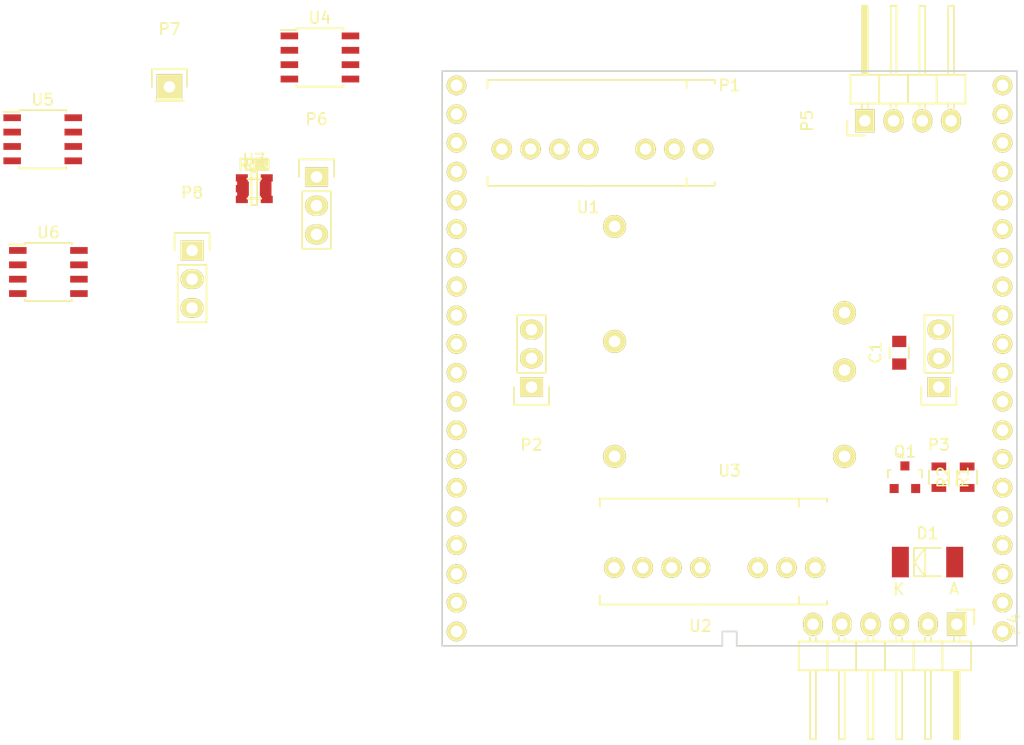
<source format=kicad_pcb>
(kicad_pcb (version 4) (host pcbnew 4.0.2-stable)

  (general
    (links 89)
    (no_connects 79)
    (area -6.515476 -6.225 174.176101 136.875001)
    (thickness 1.6)
    (drawings 0)
    (tracks 0)
    (zones 0)
    (modules 35)
    (nets 34)
  )

  (page A4)
  (layers
    (0 F.Cu signal)
    (31 B.Cu signal)
    (32 B.Adhes user)
    (33 F.Adhes user)
    (34 B.Paste user)
    (35 F.Paste user)
    (36 B.SilkS user)
    (37 F.SilkS user)
    (38 B.Mask user)
    (39 F.Mask user)
    (40 Dwgs.User user)
    (41 Cmts.User user)
    (42 Eco1.User user)
    (43 Eco2.User user)
    (44 Edge.Cuts user)
    (45 Margin user)
    (46 B.CrtYd user)
    (47 F.CrtYd user)
    (48 B.Fab user hide)
    (49 F.Fab user hide)
  )

  (setup
    (last_trace_width 0.25)
    (trace_clearance 0.2)
    (zone_clearance 0.508)
    (zone_45_only no)
    (trace_min 0.2)
    (segment_width 0.2)
    (edge_width 0.15)
    (via_size 0.6)
    (via_drill 0.4)
    (via_min_size 0.4)
    (via_min_drill 0.3)
    (uvia_size 0.3)
    (uvia_drill 0.1)
    (uvias_allowed no)
    (uvia_min_size 0.2)
    (uvia_min_drill 0.1)
    (pcb_text_width 0.3)
    (pcb_text_size 1.5 1.5)
    (mod_edge_width 0.15)
    (mod_text_size 1 1)
    (mod_text_width 0.15)
    (pad_size 1.524 1.524)
    (pad_drill 0.762)
    (pad_to_mask_clearance 0.2)
    (aux_axis_origin 0 0)
    (visible_elements FFFFFF7F)
    (pcbplotparams
      (layerselection 0x00030_80000001)
      (usegerberextensions false)
      (excludeedgelayer true)
      (linewidth 0.100000)
      (plotframeref false)
      (viasonmask false)
      (mode 1)
      (useauxorigin false)
      (hpglpennumber 1)
      (hpglpenspeed 20)
      (hpglpendiameter 15)
      (hpglpenoverlay 2)
      (psnegative false)
      (psa4output false)
      (plotreference true)
      (plotvalue true)
      (plotinvisibletext false)
      (padsonsilk false)
      (subtractmaskfromsilk false)
      (outputformat 1)
      (mirror false)
      (drillshape 1)
      (scaleselection 1)
      (outputdirectory ""))
  )

  (net 0 "")
  (net 1 GND)
  (net 2 VIN)
  (net 3 "Net-(D1-Pad2)")
  (net 4 /EN_APWR)
  (net 5 +24V)
  (net 6 +3V3)
  (net 7 +12V)
  (net 8 -12VA)
  (net 9 /TX)
  (net 10 /RX)
  (net 11 "Net-(P2-Pad2)")
  (net 12 "Net-(P3-Pad2)")
  (net 13 "Net-(Q1-Pad1)")
  (net 14 "Net-(Q1-Pad2)")
  (net 15 +9V)
  (net 16 -9VA)
  (net 17 "Net-(P1-Pad27)")
  (net 18 "Net-(P1-Pad28)")
  (net 19 "Net-(P1-Pad29)")
  (net 20 "Net-(P1-Pad33)")
  (net 21 "Net-(P1-Pad34)")
  (net 22 "Net-(P1-Pad35)")
  (net 23 /A)
  (net 24 /B)
  (net 25 /Y)
  (net 26 /Z)
  (net 27 "Net-(P7-Pad1)")
  (net 28 "Net-(R5-Pad2)")
  (net 29 "Net-(R6-Pad2)")
  (net 30 "Net-(R8-Pad2)")
  (net 31 "Net-(R10-Pad2)")
  (net 32 "Net-(R11-Pad2)")
  (net 33 "Net-(R12-Pad2)")

  (net_class Default "This is the default net class."
    (clearance 0.2)
    (trace_width 0.25)
    (via_dia 0.6)
    (via_drill 0.4)
    (uvia_dia 0.3)
    (uvia_drill 0.1)
    (add_net +12V)
    (add_net +24V)
    (add_net +3V3)
    (add_net +9V)
    (add_net -12VA)
    (add_net -9VA)
    (add_net /A)
    (add_net /B)
    (add_net /EN_APWR)
    (add_net /RX)
    (add_net /TX)
    (add_net /Y)
    (add_net /Z)
    (add_net GND)
    (add_net "Net-(D1-Pad2)")
    (add_net "Net-(P1-Pad27)")
    (add_net "Net-(P1-Pad28)")
    (add_net "Net-(P1-Pad29)")
    (add_net "Net-(P1-Pad33)")
    (add_net "Net-(P1-Pad34)")
    (add_net "Net-(P1-Pad35)")
    (add_net "Net-(P2-Pad2)")
    (add_net "Net-(P3-Pad2)")
    (add_net "Net-(P7-Pad1)")
    (add_net "Net-(Q1-Pad1)")
    (add_net "Net-(Q1-Pad2)")
    (add_net "Net-(R10-Pad2)")
    (add_net "Net-(R11-Pad2)")
    (add_net "Net-(R12-Pad2)")
    (add_net "Net-(R5-Pad2)")
    (add_net "Net-(R6-Pad2)")
    (add_net "Net-(R8-Pad2)")
    (add_net VIN)
  )

  (module Capacitors_SMD:C_0805 (layer F.Cu) (tedit 5415D6EA) (tstamp 58337E6E)
    (at 163.5 104.5 90)
    (descr "Capacitor SMD 0805, reflow soldering, AVX (see smccp.pdf)")
    (tags "capacitor 0805")
    (path /58338D3A)
    (attr smd)
    (fp_text reference C1 (at 0 -2.1 90) (layer F.SilkS)
      (effects (font (size 1 1) (thickness 0.15)))
    )
    (fp_text value 10u (at 0 2.1 90) (layer F.Fab)
      (effects (font (size 1 1) (thickness 0.15)))
    )
    (fp_line (start -1.8 -1) (end 1.8 -1) (layer F.CrtYd) (width 0.05))
    (fp_line (start -1.8 1) (end 1.8 1) (layer F.CrtYd) (width 0.05))
    (fp_line (start -1.8 -1) (end -1.8 1) (layer F.CrtYd) (width 0.05))
    (fp_line (start 1.8 -1) (end 1.8 1) (layer F.CrtYd) (width 0.05))
    (fp_line (start 0.5 -0.85) (end -0.5 -0.85) (layer F.SilkS) (width 0.15))
    (fp_line (start -0.5 0.85) (end 0.5 0.85) (layer F.SilkS) (width 0.15))
    (pad 1 smd rect (at -1 0 90) (size 1 1.25) (layers F.Cu F.Paste F.Mask)
      (net 1 GND))
    (pad 2 smd rect (at 1 0 90) (size 1 1.25) (layers F.Cu F.Paste F.Mask)
      (net 2 VIN))
    (model Capacitors_SMD.3dshapes/C_0805.wrl
      (at (xyz 0 0 0))
      (scale (xyz 1 1 1))
      (rotate (xyz 0 0 0))
    )
  )

  (module Diodes_SMD:MELF_Standard (layer F.Cu) (tedit 552FE7DB) (tstamp 58337E74)
    (at 166 123)
    (descr "Diode, MELF, Standard,")
    (tags "Diode MELF Standard ")
    (path /58337102)
    (attr smd)
    (fp_text reference D1 (at 0 -2.54) (layer F.SilkS)
      (effects (font (size 1 1) (thickness 0.15)))
    )
    (fp_text value SMS240 (at 0 3.81) (layer F.Fab)
      (effects (font (size 1 1) (thickness 0.15)))
    )
    (fp_line (start -3.4 -1.6) (end 3.4 -1.6) (layer F.CrtYd) (width 0.05))
    (fp_line (start 3.4 -1.6) (end 3.4 1.6) (layer F.CrtYd) (width 0.05))
    (fp_line (start 3.4 1.6) (end -3.4 1.6) (layer F.CrtYd) (width 0.05))
    (fp_line (start -3.4 1.6) (end -3.4 -1.6) (layer F.CrtYd) (width 0.05))
    (fp_line (start -1.15062 0) (end -0.20066 -1.24968) (layer F.SilkS) (width 0.15))
    (fp_line (start -0.20066 -1.24968) (end -0.20066 1.24968) (layer F.SilkS) (width 0.15))
    (fp_line (start -0.20066 1.24968) (end -1.19888 0) (layer F.SilkS) (width 0.15))
    (fp_line (start -1.19888 -1.24968) (end -1.19888 1.24968) (layer F.SilkS) (width 0.15))
    (fp_text user K (at -2.55 2.4) (layer F.SilkS)
      (effects (font (size 1 1) (thickness 0.15)))
    )
    (fp_text user A (at 2.35 2.35) (layer F.SilkS)
      (effects (font (size 1 1) (thickness 0.15)))
    )
    (fp_circle (center 0 0) (end -0.8001 0.29972) (layer F.Adhes) (width 0.381))
    (fp_circle (center 0 0) (end 0 0.55118) (layer F.Adhes) (width 0.381))
    (fp_circle (center 0 0) (end 0 0.20066) (layer F.Adhes) (width 0.381))
    (fp_line (start 1.09982 -1.24968) (end 1.19888 -1.24968) (layer F.SilkS) (width 0.15))
    (fp_line (start 1.09982 1.24968) (end 1.19888 1.24968) (layer F.SilkS) (width 0.15))
    (fp_line (start -1.19888 -1.24968) (end 1.15062 -1.24968) (layer F.SilkS) (width 0.15))
    (fp_line (start -1.19888 1.24968) (end 1.04902 1.24968) (layer F.SilkS) (width 0.15))
    (pad 1 smd rect (at -2.4003 0) (size 1.50114 2.70002) (layers F.Cu F.Paste F.Mask)
      (net 2 VIN))
    (pad 2 smd rect (at 2.4003 0) (size 1.50114 2.70002) (layers F.Cu F.Paste F.Mask)
      (net 3 "Net-(D1-Pad2)"))
    (model Diodes_SMD.3dshapes/MELF_Standard.wrl
      (at (xyz 0 0 0))
      (scale (xyz 0.3937 0.3937 0.3937))
      (rotate (xyz 0 0 180))
    )
  )

  (module SCUBE:scube40_no_holes (layer F.Cu) (tedit 57A8D91C) (tstamp 58337EA0)
    (at 148.5011 105.0036)
    (path /58336F16)
    (fp_text reference P1 (at 0 -24.13) (layer F.SilkS)
      (effects (font (size 1 1) (thickness 0.15)))
    )
    (fp_text value SCUBE40 (at 0 -22.86) (layer F.Fab)
      (effects (font (size 1 1) (thickness 0.15)))
    )
    (fp_line (start -25.4 25.4) (end -25.4 -25.4) (layer Edge.Cuts) (width 0.15))
    (fp_line (start 25.4 25.4) (end 0.635 25.4) (layer Edge.Cuts) (width 0.15))
    (fp_line (start 25.4 -25.4) (end 25.4 25.4) (layer Edge.Cuts) (width 0.15))
    (fp_line (start -25.4 -25.4) (end 25.4 -25.4) (layer Edge.Cuts) (width 0.15))
    (fp_line (start -0.635 25.4) (end -25.4 25.4) (layer Edge.Cuts) (width 0.15))
    (fp_line (start -0.635 24.13) (end -0.635 25.4) (layer Edge.Cuts) (width 0.15))
    (fp_line (start 0.635 24.13) (end -0.635 24.13) (layer Edge.Cuts) (width 0.15))
    (fp_line (start 0.635 25.4) (end 0.635 24.13) (layer Edge.Cuts) (width 0.15))
    (pad 1 thru_hole circle (at -24.13 -24.13) (size 1.7272 1.7272) (drill 1.016) (layers *.Cu *.Mask F.SilkS))
    (pad 2 thru_hole circle (at -24.13 -21.59) (size 1.7272 1.7272) (drill 1.016) (layers *.Cu *.Mask F.SilkS))
    (pad 3 thru_hole circle (at -24.13 -19.05) (size 1.7272 1.7272) (drill 1.016) (layers *.Cu *.Mask F.SilkS))
    (pad 4 thru_hole circle (at -24.13 -16.51) (size 1.7272 1.7272) (drill 1.016) (layers *.Cu *.Mask F.SilkS)
      (net 4 /EN_APWR))
    (pad 5 thru_hole circle (at -24.13 -13.97) (size 1.7272 1.7272) (drill 1.016) (layers *.Cu *.Mask F.SilkS))
    (pad 6 thru_hole circle (at -24.13 -11.43) (size 1.7272 1.7272) (drill 1.016) (layers *.Cu *.Mask F.SilkS))
    (pad 7 thru_hole circle (at -24.13 -8.89) (size 1.7272 1.7272) (drill 1.016) (layers *.Cu *.Mask F.SilkS))
    (pad 8 thru_hole circle (at -24.13 -6.35) (size 1.7272 1.7272) (drill 1.016) (layers *.Cu *.Mask F.SilkS))
    (pad 9 thru_hole circle (at -24.13 -3.81) (size 1.7272 1.7272) (drill 1.016) (layers *.Cu *.Mask F.SilkS))
    (pad 10 thru_hole circle (at -24.13 -1.27) (size 1.7272 1.7272) (drill 1.016) (layers *.Cu *.Mask F.SilkS)
      (net 1 GND))
    (pad 11 thru_hole circle (at -24.13 1.27) (size 1.7272 1.7272) (drill 1.016) (layers *.Cu *.Mask F.SilkS)
      (net 5 +24V))
    (pad 12 thru_hole circle (at -24.13 3.81) (size 1.7272 1.7272) (drill 1.016) (layers *.Cu *.Mask F.SilkS))
    (pad 13 thru_hole circle (at -24.13 6.35) (size 1.7272 1.7272) (drill 1.016) (layers *.Cu *.Mask F.SilkS))
    (pad 14 thru_hole circle (at -24.13 8.89) (size 1.7272 1.7272) (drill 1.016) (layers *.Cu *.Mask F.SilkS)
      (net 6 +3V3))
    (pad 15 thru_hole circle (at -24.13 11.43) (size 1.7272 1.7272) (drill 1.016) (layers *.Cu *.Mask F.SilkS))
    (pad 16 thru_hole circle (at -24.13 13.97) (size 1.7272 1.7272) (drill 1.016) (layers *.Cu *.Mask F.SilkS))
    (pad 17 thru_hole circle (at -24.13 16.51) (size 1.7272 1.7272) (drill 1.016) (layers *.Cu *.Mask F.SilkS)
      (net 15 +9V))
    (pad 18 thru_hole circle (at -24.13 19.05) (size 1.7272 1.7272) (drill 1.016) (layers *.Cu *.Mask F.SilkS)
      (net 16 -9VA))
    (pad 19 thru_hole circle (at -24.13 21.59) (size 1.7272 1.7272) (drill 1.016) (layers *.Cu *.Mask F.SilkS)
      (net 7 +12V))
    (pad 20 thru_hole circle (at -24.13 24.13) (size 1.7272 1.7272) (drill 1.016) (layers *.Cu *.Mask F.SilkS)
      (net 8 -12VA))
    (pad 21 thru_hole circle (at 24.13 24.13) (size 1.7272 1.7272) (drill 1.016) (layers *.Cu *.Mask F.SilkS))
    (pad 22 thru_hole circle (at 24.13 21.59) (size 1.7272 1.7272) (drill 1.016) (layers *.Cu *.Mask F.SilkS))
    (pad 23 thru_hole circle (at 24.13 19.05) (size 1.7272 1.7272) (drill 1.016) (layers *.Cu *.Mask F.SilkS))
    (pad 24 thru_hole circle (at 24.13 16.51) (size 1.7272 1.7272) (drill 1.016) (layers *.Cu *.Mask F.SilkS))
    (pad 25 thru_hole circle (at 24.13 13.97) (size 1.7272 1.7272) (drill 1.016) (layers *.Cu *.Mask F.SilkS))
    (pad 26 thru_hole circle (at 24.13 11.43) (size 1.7272 1.7272) (drill 1.016) (layers *.Cu *.Mask F.SilkS))
    (pad 27 thru_hole circle (at 24.13 8.89) (size 1.7272 1.7272) (drill 1.016) (layers *.Cu *.Mask F.SilkS)
      (net 17 "Net-(P1-Pad27)"))
    (pad 28 thru_hole circle (at 24.13 6.35) (size 1.7272 1.7272) (drill 1.016) (layers *.Cu *.Mask F.SilkS)
      (net 18 "Net-(P1-Pad28)"))
    (pad 29 thru_hole circle (at 24.13 3.81) (size 1.7272 1.7272) (drill 1.016) (layers *.Cu *.Mask F.SilkS)
      (net 19 "Net-(P1-Pad29)"))
    (pad 30 thru_hole circle (at 24.13 1.27) (size 1.7272 1.7272) (drill 1.016) (layers *.Cu *.Mask F.SilkS)
      (net 9 /TX))
    (pad 31 thru_hole circle (at 24.13 -1.27) (size 1.7272 1.7272) (drill 1.016) (layers *.Cu *.Mask F.SilkS)
      (net 10 /RX))
    (pad 32 thru_hole circle (at 24.13 -3.81) (size 1.7272 1.7272) (drill 1.016) (layers *.Cu *.Mask F.SilkS))
    (pad 33 thru_hole circle (at 24.13 -6.35) (size 1.7272 1.7272) (drill 1.016) (layers *.Cu *.Mask F.SilkS)
      (net 20 "Net-(P1-Pad33)"))
    (pad 34 thru_hole circle (at 24.13 -8.89) (size 1.7272 1.7272) (drill 1.016) (layers *.Cu *.Mask F.SilkS)
      (net 21 "Net-(P1-Pad34)"))
    (pad 35 thru_hole circle (at 24.13 -11.43) (size 1.7272 1.7272) (drill 1.016) (layers *.Cu *.Mask F.SilkS)
      (net 22 "Net-(P1-Pad35)"))
    (pad 36 thru_hole circle (at 24.13 -13.97) (size 1.7272 1.7272) (drill 1.016) (layers *.Cu *.Mask F.SilkS))
    (pad 37 thru_hole circle (at 24.13 -16.51) (size 1.7272 1.7272) (drill 1.016) (layers *.Cu *.Mask F.SilkS))
    (pad 38 thru_hole circle (at 24.13 -19.05) (size 1.7272 1.7272) (drill 1.016) (layers *.Cu *.Mask F.SilkS))
    (pad 39 thru_hole circle (at 24.13 -21.59) (size 1.7272 1.7272) (drill 1.016) (layers *.Cu *.Mask F.SilkS))
    (pad 40 thru_hole circle (at 24.13 -24.13) (size 1.7272 1.7272) (drill 1.016) (layers *.Cu *.Mask F.SilkS))
  )

  (module Pin_Headers:Pin_Header_Straight_1x03 (layer F.Cu) (tedit 0) (tstamp 58337EA7)
    (at 131 107.54 180)
    (descr "Through hole pin header")
    (tags "pin header")
    (path /583396F1)
    (fp_text reference P2 (at 0 -5.1 180) (layer F.SilkS)
      (effects (font (size 1 1) (thickness 0.15)))
    )
    (fp_text value TRIM (at 0 -3.1 180) (layer F.Fab)
      (effects (font (size 1 1) (thickness 0.15)))
    )
    (fp_line (start -1.75 -1.75) (end -1.75 6.85) (layer F.CrtYd) (width 0.05))
    (fp_line (start 1.75 -1.75) (end 1.75 6.85) (layer F.CrtYd) (width 0.05))
    (fp_line (start -1.75 -1.75) (end 1.75 -1.75) (layer F.CrtYd) (width 0.05))
    (fp_line (start -1.75 6.85) (end 1.75 6.85) (layer F.CrtYd) (width 0.05))
    (fp_line (start -1.27 1.27) (end -1.27 6.35) (layer F.SilkS) (width 0.15))
    (fp_line (start -1.27 6.35) (end 1.27 6.35) (layer F.SilkS) (width 0.15))
    (fp_line (start 1.27 6.35) (end 1.27 1.27) (layer F.SilkS) (width 0.15))
    (fp_line (start 1.55 -1.55) (end 1.55 0) (layer F.SilkS) (width 0.15))
    (fp_line (start 1.27 1.27) (end -1.27 1.27) (layer F.SilkS) (width 0.15))
    (fp_line (start -1.55 0) (end -1.55 -1.55) (layer F.SilkS) (width 0.15))
    (fp_line (start -1.55 -1.55) (end 1.55 -1.55) (layer F.SilkS) (width 0.15))
    (pad 1 thru_hole rect (at 0 0 180) (size 2.032 1.7272) (drill 1.016) (layers *.Cu *.Mask F.SilkS)
      (net 5 +24V))
    (pad 2 thru_hole oval (at 0 2.54 180) (size 2.032 1.7272) (drill 1.016) (layers *.Cu *.Mask F.SilkS)
      (net 11 "Net-(P2-Pad2)"))
    (pad 3 thru_hole oval (at 0 5.08 180) (size 2.032 1.7272) (drill 1.016) (layers *.Cu *.Mask F.SilkS)
      (net 1 GND))
    (model Pin_Headers.3dshapes/Pin_Header_Straight_1x03.wrl
      (at (xyz 0 -0.1 0))
      (scale (xyz 1 1 1))
      (rotate (xyz 0 0 90))
    )
  )

  (module Pin_Headers:Pin_Header_Straight_1x03 (layer F.Cu) (tedit 0) (tstamp 58337EAE)
    (at 167 107.54 180)
    (descr "Through hole pin header")
    (tags "pin header")
    (path /58339694)
    (fp_text reference P3 (at 0 -5.1 180) (layer F.SilkS)
      (effects (font (size 1 1) (thickness 0.15)))
    )
    (fp_text value ON/OFF (at 0 -3.1 180) (layer F.Fab)
      (effects (font (size 1 1) (thickness 0.15)))
    )
    (fp_line (start -1.75 -1.75) (end -1.75 6.85) (layer F.CrtYd) (width 0.05))
    (fp_line (start 1.75 -1.75) (end 1.75 6.85) (layer F.CrtYd) (width 0.05))
    (fp_line (start -1.75 -1.75) (end 1.75 -1.75) (layer F.CrtYd) (width 0.05))
    (fp_line (start -1.75 6.85) (end 1.75 6.85) (layer F.CrtYd) (width 0.05))
    (fp_line (start -1.27 1.27) (end -1.27 6.35) (layer F.SilkS) (width 0.15))
    (fp_line (start -1.27 6.35) (end 1.27 6.35) (layer F.SilkS) (width 0.15))
    (fp_line (start 1.27 6.35) (end 1.27 1.27) (layer F.SilkS) (width 0.15))
    (fp_line (start 1.55 -1.55) (end 1.55 0) (layer F.SilkS) (width 0.15))
    (fp_line (start 1.27 1.27) (end -1.27 1.27) (layer F.SilkS) (width 0.15))
    (fp_line (start -1.55 0) (end -1.55 -1.55) (layer F.SilkS) (width 0.15))
    (fp_line (start -1.55 -1.55) (end 1.55 -1.55) (layer F.SilkS) (width 0.15))
    (pad 1 thru_hole rect (at 0 0 180) (size 2.032 1.7272) (drill 1.016) (layers *.Cu *.Mask F.SilkS)
      (net 1 GND))
    (pad 2 thru_hole oval (at 0 2.54 180) (size 2.032 1.7272) (drill 1.016) (layers *.Cu *.Mask F.SilkS)
      (net 12 "Net-(P3-Pad2)"))
    (pad 3 thru_hole oval (at 0 5.08 180) (size 2.032 1.7272) (drill 1.016) (layers *.Cu *.Mask F.SilkS)
      (net 2 VIN))
    (model Pin_Headers.3dshapes/Pin_Header_Straight_1x03.wrl
      (at (xyz 0 -0.1 0))
      (scale (xyz 1 1 1))
      (rotate (xyz 0 0 90))
    )
  )

  (module TO_SOT_Packages_SMD:SOT-23 (layer F.Cu) (tedit 553634F8) (tstamp 58337EBD)
    (at 164 115.5)
    (descr "SOT-23, Standard")
    (tags SOT-23)
    (path /583377B2)
    (attr smd)
    (fp_text reference Q1 (at 0 -2.25) (layer F.SilkS)
      (effects (font (size 1 1) (thickness 0.15)))
    )
    (fp_text value Q_NMOS_DGS (at 0 2.3) (layer F.Fab)
      (effects (font (size 1 1) (thickness 0.15)))
    )
    (fp_line (start -1.65 -1.6) (end 1.65 -1.6) (layer F.CrtYd) (width 0.05))
    (fp_line (start 1.65 -1.6) (end 1.65 1.6) (layer F.CrtYd) (width 0.05))
    (fp_line (start 1.65 1.6) (end -1.65 1.6) (layer F.CrtYd) (width 0.05))
    (fp_line (start -1.65 1.6) (end -1.65 -1.6) (layer F.CrtYd) (width 0.05))
    (fp_line (start 1.29916 -0.65024) (end 1.2509 -0.65024) (layer F.SilkS) (width 0.15))
    (fp_line (start -1.49982 0.0508) (end -1.49982 -0.65024) (layer F.SilkS) (width 0.15))
    (fp_line (start -1.49982 -0.65024) (end -1.2509 -0.65024) (layer F.SilkS) (width 0.15))
    (fp_line (start 1.29916 -0.65024) (end 1.49982 -0.65024) (layer F.SilkS) (width 0.15))
    (fp_line (start 1.49982 -0.65024) (end 1.49982 0.0508) (layer F.SilkS) (width 0.15))
    (pad 1 smd rect (at -0.95 1.00076) (size 0.8001 0.8001) (layers F.Cu F.Paste F.Mask)
      (net 13 "Net-(Q1-Pad1)"))
    (pad 2 smd rect (at 0.95 1.00076) (size 0.8001 0.8001) (layers F.Cu F.Paste F.Mask)
      (net 14 "Net-(Q1-Pad2)"))
    (pad 3 smd rect (at 0 -0.99822) (size 0.8001 0.8001) (layers F.Cu F.Paste F.Mask)
      (net 1 GND))
    (model TO_SOT_Packages_SMD.3dshapes/SOT-23.wrl
      (at (xyz 0 0 0))
      (scale (xyz 1 1 1))
      (rotate (xyz 0 0 0))
    )
  )

  (module Resistors_SMD:R_0805 (layer F.Cu) (tedit 5415CDEB) (tstamp 58337EC3)
    (at 167 115.5 270)
    (descr "Resistor SMD 0805, reflow soldering, Vishay (see dcrcw.pdf)")
    (tags "resistor 0805")
    (path /58337A31)
    (attr smd)
    (fp_text reference R1 (at 0 -2.1 270) (layer F.SilkS)
      (effects (font (size 1 1) (thickness 0.15)))
    )
    (fp_text value 1M (at 0 2.1 270) (layer F.Fab)
      (effects (font (size 1 1) (thickness 0.15)))
    )
    (fp_line (start -1.6 -1) (end 1.6 -1) (layer F.CrtYd) (width 0.05))
    (fp_line (start -1.6 1) (end 1.6 1) (layer F.CrtYd) (width 0.05))
    (fp_line (start -1.6 -1) (end -1.6 1) (layer F.CrtYd) (width 0.05))
    (fp_line (start 1.6 -1) (end 1.6 1) (layer F.CrtYd) (width 0.05))
    (fp_line (start 0.6 0.875) (end -0.6 0.875) (layer F.SilkS) (width 0.15))
    (fp_line (start -0.6 -0.875) (end 0.6 -0.875) (layer F.SilkS) (width 0.15))
    (pad 1 smd rect (at -0.95 0 270) (size 0.7 1.3) (layers F.Cu F.Paste F.Mask)
      (net 1 GND))
    (pad 2 smd rect (at 0.95 0 270) (size 0.7 1.3) (layers F.Cu F.Paste F.Mask)
      (net 14 "Net-(Q1-Pad2)"))
    (model Resistors_SMD.3dshapes/R_0805.wrl
      (at (xyz 0 0 0))
      (scale (xyz 1 1 1))
      (rotate (xyz 0 0 0))
    )
  )

  (module Resistors_SMD:R_0805 (layer F.Cu) (tedit 5415CDEB) (tstamp 58337EC9)
    (at 169.5 115.5 90)
    (descr "Resistor SMD 0805, reflow soldering, Vishay (see dcrcw.pdf)")
    (tags "resistor 0805")
    (path /58337A7A)
    (attr smd)
    (fp_text reference R2 (at 0 -2.1 90) (layer F.SilkS)
      (effects (font (size 1 1) (thickness 0.15)))
    )
    (fp_text value 10k (at 0 2.1 90) (layer F.Fab)
      (effects (font (size 1 1) (thickness 0.15)))
    )
    (fp_line (start -1.6 -1) (end 1.6 -1) (layer F.CrtYd) (width 0.05))
    (fp_line (start -1.6 1) (end 1.6 1) (layer F.CrtYd) (width 0.05))
    (fp_line (start -1.6 -1) (end -1.6 1) (layer F.CrtYd) (width 0.05))
    (fp_line (start 1.6 -1) (end 1.6 1) (layer F.CrtYd) (width 0.05))
    (fp_line (start 0.6 0.875) (end -0.6 0.875) (layer F.SilkS) (width 0.15))
    (fp_line (start -0.6 -0.875) (end 0.6 -0.875) (layer F.SilkS) (width 0.15))
    (pad 1 smd rect (at -0.95 0 90) (size 0.7 1.3) (layers F.Cu F.Paste F.Mask)
      (net 14 "Net-(Q1-Pad2)"))
    (pad 2 smd rect (at 0.95 0 90) (size 0.7 1.3) (layers F.Cu F.Paste F.Mask)
      (net 4 /EN_APWR))
    (model Resistors_SMD.3dshapes/R_0805.wrl
      (at (xyz 0 0 0))
      (scale (xyz 1 1 1))
      (rotate (xyz 0 0 0))
    )
  )

  (module SCUBE:RSO-2412D (layer F.Cu) (tedit 5795EA77) (tstamp 58337ED4)
    (at 136 80.82 180)
    (descr RSO-2412D)
    (tags RSO)
    (path /58337EA8)
    (fp_text reference U1 (at 0 -10.83 180) (layer F.SilkS)
      (effects (font (size 1 1) (thickness 0.15)))
    )
    (fp_text value RSO-2412D (at -0.1 2.43 180) (layer F.Fab)
      (effects (font (size 1 1) (thickness 0.15)))
    )
    (fp_line (start -8.7 0.43) (end -8.7 -0.27) (layer F.SilkS) (width 0.15))
    (fp_line (start -8.7 -8.93) (end -8.7 -8.23) (layer F.SilkS) (width 0.15))
    (fp_line (start 0 0.43) (end -11.2 0.43) (layer F.SilkS) (width 0.15))
    (fp_line (start -11.2 0.43) (end -11.2 0.13) (layer F.SilkS) (width 0.15))
    (fp_line (start 8.89 -8.33) (end 8.89 -8.13) (layer F.SilkS) (width 0.15))
    (fp_line (start 8.89 0.43) (end 8.89 -0.27) (layer F.SilkS) (width 0.15))
    (fp_line (start 0.1 -8.93) (end -11.2 -8.93) (layer F.SilkS) (width 0.15))
    (fp_line (start -11.2 -8.93) (end -11.2 -8.63) (layer F.SilkS) (width 0.15))
    (fp_line (start 8.89 -8.93) (end 8.89 -8.33) (layer F.SilkS) (width 0.15))
    (fp_line (start 8.89 -8.93) (end 0 -8.93) (layer F.SilkS) (width 0.15))
    (fp_line (start 8.89 0.43) (end 0 0.43) (layer F.SilkS) (width 0.15))
    (pad 1 thru_hole circle (at -10.16 -5.68 270) (size 1.8 1.8) (drill 1) (layers *.Cu *.Mask F.SilkS)
      (net 1 GND))
    (pad 2 thru_hole circle (at -7.62 -5.68 270) (size 1.8 1.8) (drill 1) (layers *.Cu *.Mask F.SilkS)
      (net 2 VIN))
    (pad 3 thru_hole circle (at -5.08 -5.68 270) (size 1.8 1.8) (drill 1) (layers *.Cu *.Mask F.SilkS))
    (pad 5 thru_hole circle (at 0 -5.68 270) (size 1.8 1.8) (drill 1) (layers *.Cu *.Mask F.SilkS))
    (pad 6 thru_hole circle (at 2.54 -5.68 270) (size 1.8 1.8) (drill 1) (layers *.Cu *.Mask F.SilkS)
      (net 6 +3V3))
    (pad 7 thru_hole circle (at 5.08 -5.68 270) (size 1.8 1.8) (drill 1) (layers *.Cu *.Mask F.SilkS)
      (net 1 GND))
    (pad 8 thru_hole circle (at 7.62 -5.68 270) (size 1.8 1.8) (drill 1) (layers *.Cu *.Mask F.SilkS))
  )

  (module SCUBE:RSO-2412D (layer F.Cu) (tedit 5795EA77) (tstamp 58337EDF)
    (at 145.92 117.82 180)
    (descr RSO-2412D)
    (tags RSO)
    (path /58337399)
    (fp_text reference U2 (at 0 -10.83 180) (layer F.SilkS)
      (effects (font (size 1 1) (thickness 0.15)))
    )
    (fp_text value RSO-2412D-Dual (at -0.1 2.43 180) (layer F.Fab)
      (effects (font (size 1 1) (thickness 0.15)))
    )
    (fp_line (start -8.7 0.43) (end -8.7 -0.27) (layer F.SilkS) (width 0.15))
    (fp_line (start -8.7 -8.93) (end -8.7 -8.23) (layer F.SilkS) (width 0.15))
    (fp_line (start 0 0.43) (end -11.2 0.43) (layer F.SilkS) (width 0.15))
    (fp_line (start -11.2 0.43) (end -11.2 0.13) (layer F.SilkS) (width 0.15))
    (fp_line (start 8.89 -8.33) (end 8.89 -8.13) (layer F.SilkS) (width 0.15))
    (fp_line (start 8.89 0.43) (end 8.89 -0.27) (layer F.SilkS) (width 0.15))
    (fp_line (start 0.1 -8.93) (end -11.2 -8.93) (layer F.SilkS) (width 0.15))
    (fp_line (start -11.2 -8.93) (end -11.2 -8.63) (layer F.SilkS) (width 0.15))
    (fp_line (start 8.89 -8.93) (end 8.89 -8.33) (layer F.SilkS) (width 0.15))
    (fp_line (start 8.89 -8.93) (end 0 -8.93) (layer F.SilkS) (width 0.15))
    (fp_line (start 8.89 0.43) (end 0 0.43) (layer F.SilkS) (width 0.15))
    (pad 1 thru_hole circle (at -10.16 -5.68 270) (size 1.8 1.8) (drill 1) (layers *.Cu *.Mask F.SilkS)
      (net 13 "Net-(Q1-Pad1)"))
    (pad 2 thru_hole circle (at -7.62 -5.68 270) (size 1.8 1.8) (drill 1) (layers *.Cu *.Mask F.SilkS)
      (net 2 VIN))
    (pad 3 thru_hole circle (at -5.08 -5.68 270) (size 1.8 1.8) (drill 1) (layers *.Cu *.Mask F.SilkS))
    (pad 5 thru_hole circle (at 0 -5.68 270) (size 1.8 1.8) (drill 1) (layers *.Cu *.Mask F.SilkS))
    (pad 6 thru_hole circle (at 2.54 -5.68 270) (size 1.8 1.8) (drill 1) (layers *.Cu *.Mask F.SilkS)
      (net 7 +12V))
    (pad 7 thru_hole circle (at 5.08 -5.68 270) (size 1.8 1.8) (drill 1) (layers *.Cu *.Mask F.SilkS)
      (net 1 GND))
    (pad 8 thru_hole circle (at 7.62 -5.68 270) (size 1.8 1.8) (drill 1) (layers *.Cu *.Mask F.SilkS)
      (net 8 -12VA))
  )

  (module SCUBE:THN_30-2415 (layer F.Cu) (tedit 58337DC3) (tstamp 58337EED)
    (at 148.5 103.5 180)
    (path /583391BD)
    (fp_text reference U3 (at 0 -11.43 180) (layer F.SilkS)
      (effects (font (size 1 1) (thickness 0.15)))
    )
    (fp_text value THN_30-2415 (at 0 11.43 180) (layer F.Fab)
      (effects (font (size 1 1) (thickness 0.15)))
    )
    (fp_line (start -12.7 12.7) (end -12.7 -12.7) (layer F.CrtYd) (width 0.2))
    (fp_line (start 12.7 12.7) (end -12.7 12.7) (layer F.CrtYd) (width 0.2))
    (fp_line (start 12.7 -12.7) (end 12.7 12.7) (layer F.CrtYd) (width 0.2))
    (fp_line (start -12.7 -12.7) (end 12.7 -12.7) (layer F.CrtYd) (width 0.2))
    (pad 5 thru_hole circle (at 10.16 -10.16 180) (size 2.032 2.032) (drill 1.016) (layers *.Cu *.Mask F.SilkS)
      (net 1 GND))
    (pad 4 thru_hole circle (at 10.16 0 180) (size 2.032 2.032) (drill 1.016) (layers *.Cu *.Mask F.SilkS)
      (net 11 "Net-(P2-Pad2)"))
    (pad 3 thru_hole circle (at 10.16 10.16 180) (size 2.032 2.032) (drill 1.016) (layers *.Cu *.Mask F.SilkS)
      (net 5 +24V))
    (pad 6 thru_hole circle (at -10.16 -10.16 180) (size 2.032 2.032) (drill 1.016) (layers *.Cu *.Mask F.SilkS)
      (net 12 "Net-(P3-Pad2)"))
    (pad 2 thru_hole circle (at -10.16 -2.54 180) (size 2.032 2.032) (drill 1.016) (layers *.Cu *.Mask F.SilkS)
      (net 1 GND))
    (pad 1 thru_hole circle (at -10.16 2.54 180) (size 2.032 2.032) (drill 1.016) (layers *.Cu *.Mask F.SilkS)
      (net 2 VIN))
  )

  (module Pin_Headers:Pin_Header_Angled_1x04 (layer F.Cu) (tedit 0) (tstamp 58338116)
    (at 160.46 84 90)
    (descr "Through hole pin header")
    (tags "pin header")
    (path /5833A7A5)
    (fp_text reference P5 (at 0 -5.1 90) (layer F.SilkS)
      (effects (font (size 1 1) (thickness 0.15)))
    )
    (fp_text value MOTOR_PWR (at 0 -3.1 90) (layer F.Fab)
      (effects (font (size 1 1) (thickness 0.15)))
    )
    (fp_line (start -1.5 -1.75) (end -1.5 9.4) (layer F.CrtYd) (width 0.05))
    (fp_line (start 10.65 -1.75) (end 10.65 9.4) (layer F.CrtYd) (width 0.05))
    (fp_line (start -1.5 -1.75) (end 10.65 -1.75) (layer F.CrtYd) (width 0.05))
    (fp_line (start -1.5 9.4) (end 10.65 9.4) (layer F.CrtYd) (width 0.05))
    (fp_line (start -1.3 -1.55) (end -1.3 0) (layer F.SilkS) (width 0.15))
    (fp_line (start 0 -1.55) (end -1.3 -1.55) (layer F.SilkS) (width 0.15))
    (fp_line (start 4.191 -0.127) (end 10.033 -0.127) (layer F.SilkS) (width 0.15))
    (fp_line (start 10.033 -0.127) (end 10.033 0.127) (layer F.SilkS) (width 0.15))
    (fp_line (start 10.033 0.127) (end 4.191 0.127) (layer F.SilkS) (width 0.15))
    (fp_line (start 4.191 0.127) (end 4.191 0) (layer F.SilkS) (width 0.15))
    (fp_line (start 4.191 0) (end 10.033 0) (layer F.SilkS) (width 0.15))
    (fp_line (start 1.524 -0.254) (end 1.143 -0.254) (layer F.SilkS) (width 0.15))
    (fp_line (start 1.524 0.254) (end 1.143 0.254) (layer F.SilkS) (width 0.15))
    (fp_line (start 1.524 2.286) (end 1.143 2.286) (layer F.SilkS) (width 0.15))
    (fp_line (start 1.524 2.794) (end 1.143 2.794) (layer F.SilkS) (width 0.15))
    (fp_line (start 1.524 4.826) (end 1.143 4.826) (layer F.SilkS) (width 0.15))
    (fp_line (start 1.524 5.334) (end 1.143 5.334) (layer F.SilkS) (width 0.15))
    (fp_line (start 1.524 7.874) (end 1.143 7.874) (layer F.SilkS) (width 0.15))
    (fp_line (start 1.524 7.366) (end 1.143 7.366) (layer F.SilkS) (width 0.15))
    (fp_line (start 1.524 -1.27) (end 4.064 -1.27) (layer F.SilkS) (width 0.15))
    (fp_line (start 1.524 1.27) (end 4.064 1.27) (layer F.SilkS) (width 0.15))
    (fp_line (start 1.524 1.27) (end 1.524 3.81) (layer F.SilkS) (width 0.15))
    (fp_line (start 1.524 3.81) (end 4.064 3.81) (layer F.SilkS) (width 0.15))
    (fp_line (start 4.064 2.286) (end 10.16 2.286) (layer F.SilkS) (width 0.15))
    (fp_line (start 10.16 2.286) (end 10.16 2.794) (layer F.SilkS) (width 0.15))
    (fp_line (start 10.16 2.794) (end 4.064 2.794) (layer F.SilkS) (width 0.15))
    (fp_line (start 4.064 3.81) (end 4.064 1.27) (layer F.SilkS) (width 0.15))
    (fp_line (start 4.064 1.27) (end 4.064 -1.27) (layer F.SilkS) (width 0.15))
    (fp_line (start 10.16 0.254) (end 4.064 0.254) (layer F.SilkS) (width 0.15))
    (fp_line (start 10.16 -0.254) (end 10.16 0.254) (layer F.SilkS) (width 0.15))
    (fp_line (start 4.064 -0.254) (end 10.16 -0.254) (layer F.SilkS) (width 0.15))
    (fp_line (start 1.524 1.27) (end 4.064 1.27) (layer F.SilkS) (width 0.15))
    (fp_line (start 1.524 -1.27) (end 1.524 1.27) (layer F.SilkS) (width 0.15))
    (fp_line (start 1.524 6.35) (end 4.064 6.35) (layer F.SilkS) (width 0.15))
    (fp_line (start 1.524 6.35) (end 1.524 8.89) (layer F.SilkS) (width 0.15))
    (fp_line (start 1.524 8.89) (end 4.064 8.89) (layer F.SilkS) (width 0.15))
    (fp_line (start 4.064 7.366) (end 10.16 7.366) (layer F.SilkS) (width 0.15))
    (fp_line (start 10.16 7.366) (end 10.16 7.874) (layer F.SilkS) (width 0.15))
    (fp_line (start 10.16 7.874) (end 4.064 7.874) (layer F.SilkS) (width 0.15))
    (fp_line (start 4.064 8.89) (end 4.064 6.35) (layer F.SilkS) (width 0.15))
    (fp_line (start 4.064 6.35) (end 4.064 3.81) (layer F.SilkS) (width 0.15))
    (fp_line (start 10.16 5.334) (end 4.064 5.334) (layer F.SilkS) (width 0.15))
    (fp_line (start 10.16 4.826) (end 10.16 5.334) (layer F.SilkS) (width 0.15))
    (fp_line (start 4.064 4.826) (end 10.16 4.826) (layer F.SilkS) (width 0.15))
    (fp_line (start 1.524 6.35) (end 4.064 6.35) (layer F.SilkS) (width 0.15))
    (fp_line (start 1.524 3.81) (end 1.524 6.35) (layer F.SilkS) (width 0.15))
    (fp_line (start 1.524 3.81) (end 4.064 3.81) (layer F.SilkS) (width 0.15))
    (pad 1 thru_hole rect (at 0 0 90) (size 2.032 1.7272) (drill 1.016) (layers *.Cu *.Mask F.SilkS)
      (net 5 +24V))
    (pad 2 thru_hole oval (at 0 2.54 90) (size 2.032 1.7272) (drill 1.016) (layers *.Cu *.Mask F.SilkS)
      (net 1 GND))
    (pad 3 thru_hole oval (at 0 5.08 90) (size 2.032 1.7272) (drill 1.016) (layers *.Cu *.Mask F.SilkS)
      (net 5 +24V))
    (pad 4 thru_hole oval (at 0 7.62 90) (size 2.032 1.7272) (drill 1.016) (layers *.Cu *.Mask F.SilkS)
      (net 1 GND))
    (model Pin_Headers.3dshapes/Pin_Header_Angled_1x04.wrl
      (at (xyz 0 -0.15 0))
      (scale (xyz 1 1 1))
      (rotate (xyz 0 0 90))
    )
  )

  (module Capacitors_SMD:C_0805 (layer F.Cu) (tedit 5415D6EA) (tstamp 5834C11F)
    (at 106.5 90)
    (descr "Capacitor SMD 0805, reflow soldering, AVX (see smccp.pdf)")
    (tags "capacitor 0805")
    (path /5834C747)
    (attr smd)
    (fp_text reference C2 (at 0 -2.1) (layer F.SilkS)
      (effects (font (size 1 1) (thickness 0.15)))
    )
    (fp_text value 100n (at 0 2.1) (layer F.Fab)
      (effects (font (size 1 1) (thickness 0.15)))
    )
    (fp_line (start -1.8 -1) (end 1.8 -1) (layer F.CrtYd) (width 0.05))
    (fp_line (start -1.8 1) (end 1.8 1) (layer F.CrtYd) (width 0.05))
    (fp_line (start -1.8 -1) (end -1.8 1) (layer F.CrtYd) (width 0.05))
    (fp_line (start 1.8 -1) (end 1.8 1) (layer F.CrtYd) (width 0.05))
    (fp_line (start 0.5 -0.85) (end -0.5 -0.85) (layer F.SilkS) (width 0.15))
    (fp_line (start -0.5 0.85) (end 0.5 0.85) (layer F.SilkS) (width 0.15))
    (pad 1 smd rect (at -1 0) (size 1 1.25) (layers F.Cu F.Paste F.Mask)
      (net 7 +12V))
    (pad 2 smd rect (at 1 0) (size 1 1.25) (layers F.Cu F.Paste F.Mask)
      (net 1 GND))
    (model Capacitors_SMD.3dshapes/C_0805.wrl
      (at (xyz 0 0 0))
      (scale (xyz 1 1 1))
      (rotate (xyz 0 0 0))
    )
  )

  (module Capacitors_SMD:C_0805 (layer F.Cu) (tedit 5415D6EA) (tstamp 5834C125)
    (at 106.5 90)
    (descr "Capacitor SMD 0805, reflow soldering, AVX (see smccp.pdf)")
    (tags "capacitor 0805")
    (path /5834CDF5)
    (attr smd)
    (fp_text reference C3 (at 0 -2.1) (layer F.SilkS)
      (effects (font (size 1 1) (thickness 0.15)))
    )
    (fp_text value 10u (at 0 2.1) (layer F.Fab)
      (effects (font (size 1 1) (thickness 0.15)))
    )
    (fp_line (start -1.8 -1) (end 1.8 -1) (layer F.CrtYd) (width 0.05))
    (fp_line (start -1.8 1) (end 1.8 1) (layer F.CrtYd) (width 0.05))
    (fp_line (start -1.8 -1) (end -1.8 1) (layer F.CrtYd) (width 0.05))
    (fp_line (start 1.8 -1) (end 1.8 1) (layer F.CrtYd) (width 0.05))
    (fp_line (start 0.5 -0.85) (end -0.5 -0.85) (layer F.SilkS) (width 0.15))
    (fp_line (start -0.5 0.85) (end 0.5 0.85) (layer F.SilkS) (width 0.15))
    (pad 1 smd rect (at -1 0) (size 1 1.25) (layers F.Cu F.Paste F.Mask)
      (net 15 +9V))
    (pad 2 smd rect (at 1 0) (size 1 1.25) (layers F.Cu F.Paste F.Mask)
      (net 1 GND))
    (model Capacitors_SMD.3dshapes/C_0805.wrl
      (at (xyz 0 0 0))
      (scale (xyz 1 1 1))
      (rotate (xyz 0 0 0))
    )
  )

  (module Capacitors_SMD:C_0805 (layer F.Cu) (tedit 5415D6EA) (tstamp 5834C12B)
    (at 106.5 90)
    (descr "Capacitor SMD 0805, reflow soldering, AVX (see smccp.pdf)")
    (tags "capacitor 0805")
    (path /5834C803)
    (attr smd)
    (fp_text reference C4 (at 0 -2.1) (layer F.SilkS)
      (effects (font (size 1 1) (thickness 0.15)))
    )
    (fp_text value 100n (at 0 2.1) (layer F.Fab)
      (effects (font (size 1 1) (thickness 0.15)))
    )
    (fp_line (start -1.8 -1) (end 1.8 -1) (layer F.CrtYd) (width 0.05))
    (fp_line (start -1.8 1) (end 1.8 1) (layer F.CrtYd) (width 0.05))
    (fp_line (start -1.8 -1) (end -1.8 1) (layer F.CrtYd) (width 0.05))
    (fp_line (start 1.8 -1) (end 1.8 1) (layer F.CrtYd) (width 0.05))
    (fp_line (start 0.5 -0.85) (end -0.5 -0.85) (layer F.SilkS) (width 0.15))
    (fp_line (start -0.5 0.85) (end 0.5 0.85) (layer F.SilkS) (width 0.15))
    (pad 1 smd rect (at -1 0) (size 1 1.25) (layers F.Cu F.Paste F.Mask)
      (net 1 GND))
    (pad 2 smd rect (at 1 0) (size 1 1.25) (layers F.Cu F.Paste F.Mask)
      (net 8 -12VA))
    (model Capacitors_SMD.3dshapes/C_0805.wrl
      (at (xyz 0 0 0))
      (scale (xyz 1 1 1))
      (rotate (xyz 0 0 0))
    )
  )

  (module Capacitors_SMD:C_0805 (layer F.Cu) (tedit 5415D6EA) (tstamp 5834C131)
    (at 106.5 90)
    (descr "Capacitor SMD 0805, reflow soldering, AVX (see smccp.pdf)")
    (tags "capacitor 0805")
    (path /5834E2C1)
    (attr smd)
    (fp_text reference C5 (at 0 -2.1) (layer F.SilkS)
      (effects (font (size 1 1) (thickness 0.15)))
    )
    (fp_text value 10u (at 0 2.1) (layer F.Fab)
      (effects (font (size 1 1) (thickness 0.15)))
    )
    (fp_line (start -1.8 -1) (end 1.8 -1) (layer F.CrtYd) (width 0.05))
    (fp_line (start -1.8 1) (end 1.8 1) (layer F.CrtYd) (width 0.05))
    (fp_line (start -1.8 -1) (end -1.8 1) (layer F.CrtYd) (width 0.05))
    (fp_line (start 1.8 -1) (end 1.8 1) (layer F.CrtYd) (width 0.05))
    (fp_line (start 0.5 -0.85) (end -0.5 -0.85) (layer F.SilkS) (width 0.15))
    (fp_line (start -0.5 0.85) (end 0.5 0.85) (layer F.SilkS) (width 0.15))
    (pad 1 smd rect (at -1 0) (size 1 1.25) (layers F.Cu F.Paste F.Mask)
      (net 16 -9VA))
    (pad 2 smd rect (at 1 0) (size 1 1.25) (layers F.Cu F.Paste F.Mask)
      (net 1 GND))
    (model Capacitors_SMD.3dshapes/C_0805.wrl
      (at (xyz 0 0 0))
      (scale (xyz 1 1 1))
      (rotate (xyz 0 0 0))
    )
  )

  (module Pin_Headers:Pin_Header_Angled_1x06 (layer F.Cu) (tedit 0) (tstamp 5834C132)
    (at 168.58 128.5 270)
    (descr "Through hole pin header")
    (tags "pin header")
    (path /58355F4D)
    (fp_text reference P4 (at 0 -5.1 270) (layer F.SilkS)
      (effects (font (size 1 1) (thickness 0.15)))
    )
    (fp_text value DB9_IN (at 0 -3.1 270) (layer F.Fab)
      (effects (font (size 1 1) (thickness 0.15)))
    )
    (fp_line (start -1.5 -1.75) (end -1.5 14.45) (layer F.CrtYd) (width 0.05))
    (fp_line (start 10.65 -1.75) (end 10.65 14.45) (layer F.CrtYd) (width 0.05))
    (fp_line (start -1.5 -1.75) (end 10.65 -1.75) (layer F.CrtYd) (width 0.05))
    (fp_line (start -1.5 14.45) (end 10.65 14.45) (layer F.CrtYd) (width 0.05))
    (fp_line (start -1.3 -1.55) (end -1.3 0) (layer F.SilkS) (width 0.15))
    (fp_line (start 0 -1.55) (end -1.3 -1.55) (layer F.SilkS) (width 0.15))
    (fp_line (start 4.191 -0.127) (end 10.033 -0.127) (layer F.SilkS) (width 0.15))
    (fp_line (start 10.033 -0.127) (end 10.033 0.127) (layer F.SilkS) (width 0.15))
    (fp_line (start 10.033 0.127) (end 4.191 0.127) (layer F.SilkS) (width 0.15))
    (fp_line (start 4.191 0.127) (end 4.191 0) (layer F.SilkS) (width 0.15))
    (fp_line (start 4.191 0) (end 10.033 0) (layer F.SilkS) (width 0.15))
    (fp_line (start 1.524 -0.254) (end 1.143 -0.254) (layer F.SilkS) (width 0.15))
    (fp_line (start 1.524 0.254) (end 1.143 0.254) (layer F.SilkS) (width 0.15))
    (fp_line (start 1.524 2.286) (end 1.143 2.286) (layer F.SilkS) (width 0.15))
    (fp_line (start 1.524 2.794) (end 1.143 2.794) (layer F.SilkS) (width 0.15))
    (fp_line (start 1.524 4.826) (end 1.143 4.826) (layer F.SilkS) (width 0.15))
    (fp_line (start 1.524 5.334) (end 1.143 5.334) (layer F.SilkS) (width 0.15))
    (fp_line (start 1.524 12.954) (end 1.143 12.954) (layer F.SilkS) (width 0.15))
    (fp_line (start 1.524 12.446) (end 1.143 12.446) (layer F.SilkS) (width 0.15))
    (fp_line (start 1.524 10.414) (end 1.143 10.414) (layer F.SilkS) (width 0.15))
    (fp_line (start 1.524 9.906) (end 1.143 9.906) (layer F.SilkS) (width 0.15))
    (fp_line (start 1.524 7.874) (end 1.143 7.874) (layer F.SilkS) (width 0.15))
    (fp_line (start 1.524 7.366) (end 1.143 7.366) (layer F.SilkS) (width 0.15))
    (fp_line (start 1.524 -1.27) (end 4.064 -1.27) (layer F.SilkS) (width 0.15))
    (fp_line (start 1.524 1.27) (end 4.064 1.27) (layer F.SilkS) (width 0.15))
    (fp_line (start 1.524 1.27) (end 1.524 3.81) (layer F.SilkS) (width 0.15))
    (fp_line (start 1.524 3.81) (end 4.064 3.81) (layer F.SilkS) (width 0.15))
    (fp_line (start 4.064 2.286) (end 10.16 2.286) (layer F.SilkS) (width 0.15))
    (fp_line (start 10.16 2.286) (end 10.16 2.794) (layer F.SilkS) (width 0.15))
    (fp_line (start 10.16 2.794) (end 4.064 2.794) (layer F.SilkS) (width 0.15))
    (fp_line (start 4.064 3.81) (end 4.064 1.27) (layer F.SilkS) (width 0.15))
    (fp_line (start 4.064 1.27) (end 4.064 -1.27) (layer F.SilkS) (width 0.15))
    (fp_line (start 10.16 0.254) (end 4.064 0.254) (layer F.SilkS) (width 0.15))
    (fp_line (start 10.16 -0.254) (end 10.16 0.254) (layer F.SilkS) (width 0.15))
    (fp_line (start 4.064 -0.254) (end 10.16 -0.254) (layer F.SilkS) (width 0.15))
    (fp_line (start 1.524 1.27) (end 4.064 1.27) (layer F.SilkS) (width 0.15))
    (fp_line (start 1.524 -1.27) (end 1.524 1.27) (layer F.SilkS) (width 0.15))
    (fp_line (start 1.524 8.89) (end 4.064 8.89) (layer F.SilkS) (width 0.15))
    (fp_line (start 1.524 8.89) (end 1.524 11.43) (layer F.SilkS) (width 0.15))
    (fp_line (start 1.524 11.43) (end 4.064 11.43) (layer F.SilkS) (width 0.15))
    (fp_line (start 4.064 9.906) (end 10.16 9.906) (layer F.SilkS) (width 0.15))
    (fp_line (start 10.16 9.906) (end 10.16 10.414) (layer F.SilkS) (width 0.15))
    (fp_line (start 10.16 10.414) (end 4.064 10.414) (layer F.SilkS) (width 0.15))
    (fp_line (start 4.064 11.43) (end 4.064 8.89) (layer F.SilkS) (width 0.15))
    (fp_line (start 4.064 13.97) (end 4.064 11.43) (layer F.SilkS) (width 0.15))
    (fp_line (start 10.16 12.954) (end 4.064 12.954) (layer F.SilkS) (width 0.15))
    (fp_line (start 10.16 12.446) (end 10.16 12.954) (layer F.SilkS) (width 0.15))
    (fp_line (start 4.064 12.446) (end 10.16 12.446) (layer F.SilkS) (width 0.15))
    (fp_line (start 1.524 13.97) (end 4.064 13.97) (layer F.SilkS) (width 0.15))
    (fp_line (start 1.524 11.43) (end 1.524 13.97) (layer F.SilkS) (width 0.15))
    (fp_line (start 1.524 11.43) (end 4.064 11.43) (layer F.SilkS) (width 0.15))
    (fp_line (start 1.524 6.35) (end 4.064 6.35) (layer F.SilkS) (width 0.15))
    (fp_line (start 1.524 6.35) (end 1.524 8.89) (layer F.SilkS) (width 0.15))
    (fp_line (start 1.524 8.89) (end 4.064 8.89) (layer F.SilkS) (width 0.15))
    (fp_line (start 4.064 7.366) (end 10.16 7.366) (layer F.SilkS) (width 0.15))
    (fp_line (start 10.16 7.366) (end 10.16 7.874) (layer F.SilkS) (width 0.15))
    (fp_line (start 10.16 7.874) (end 4.064 7.874) (layer F.SilkS) (width 0.15))
    (fp_line (start 4.064 8.89) (end 4.064 6.35) (layer F.SilkS) (width 0.15))
    (fp_line (start 4.064 6.35) (end 4.064 3.81) (layer F.SilkS) (width 0.15))
    (fp_line (start 10.16 5.334) (end 4.064 5.334) (layer F.SilkS) (width 0.15))
    (fp_line (start 10.16 4.826) (end 10.16 5.334) (layer F.SilkS) (width 0.15))
    (fp_line (start 4.064 4.826) (end 10.16 4.826) (layer F.SilkS) (width 0.15))
    (fp_line (start 1.524 6.35) (end 4.064 6.35) (layer F.SilkS) (width 0.15))
    (fp_line (start 1.524 3.81) (end 1.524 6.35) (layer F.SilkS) (width 0.15))
    (fp_line (start 1.524 3.81) (end 4.064 3.81) (layer F.SilkS) (width 0.15))
    (pad 1 thru_hole rect (at 0 0 270) (size 2.032 1.7272) (drill 1.016) (layers *.Cu *.Mask F.SilkS)
      (net 3 "Net-(D1-Pad2)"))
    (pad 2 thru_hole oval (at 0 2.54 270) (size 2.032 1.7272) (drill 1.016) (layers *.Cu *.Mask F.SilkS)
      (net 1 GND))
    (pad 3 thru_hole oval (at 0 5.08 270) (size 2.032 1.7272) (drill 1.016) (layers *.Cu *.Mask F.SilkS)
      (net 23 /A))
    (pad 4 thru_hole oval (at 0 7.62 270) (size 2.032 1.7272) (drill 1.016) (layers *.Cu *.Mask F.SilkS)
      (net 24 /B))
    (pad 5 thru_hole oval (at 0 10.16 270) (size 2.032 1.7272) (drill 1.016) (layers *.Cu *.Mask F.SilkS)
      (net 25 /Y))
    (pad 6 thru_hole oval (at 0 12.7 270) (size 2.032 1.7272) (drill 1.016) (layers *.Cu *.Mask F.SilkS)
      (net 26 /Z))
    (model Pin_Headers.3dshapes/Pin_Header_Angled_1x06.wrl
      (at (xyz 0 -0.25 0))
      (scale (xyz 1 1 1))
      (rotate (xyz 0 0 90))
    )
  )

  (module Pin_Headers:Pin_Header_Straight_1x03 (layer F.Cu) (tedit 0) (tstamp 5834C141)
    (at 112 88.96)
    (descr "Through hole pin header")
    (tags "pin header")
    (path /58354027)
    (fp_text reference P6 (at 0 -5.1) (layer F.SilkS)
      (effects (font (size 1 1) (thickness 0.15)))
    )
    (fp_text value DE2 (at 0 -3.1) (layer F.Fab)
      (effects (font (size 1 1) (thickness 0.15)))
    )
    (fp_line (start -1.75 -1.75) (end -1.75 6.85) (layer F.CrtYd) (width 0.05))
    (fp_line (start 1.75 -1.75) (end 1.75 6.85) (layer F.CrtYd) (width 0.05))
    (fp_line (start -1.75 -1.75) (end 1.75 -1.75) (layer F.CrtYd) (width 0.05))
    (fp_line (start -1.75 6.85) (end 1.75 6.85) (layer F.CrtYd) (width 0.05))
    (fp_line (start -1.27 1.27) (end -1.27 6.35) (layer F.SilkS) (width 0.15))
    (fp_line (start -1.27 6.35) (end 1.27 6.35) (layer F.SilkS) (width 0.15))
    (fp_line (start 1.27 6.35) (end 1.27 1.27) (layer F.SilkS) (width 0.15))
    (fp_line (start 1.55 -1.55) (end 1.55 0) (layer F.SilkS) (width 0.15))
    (fp_line (start 1.27 1.27) (end -1.27 1.27) (layer F.SilkS) (width 0.15))
    (fp_line (start -1.55 0) (end -1.55 -1.55) (layer F.SilkS) (width 0.15))
    (fp_line (start -1.55 -1.55) (end 1.55 -1.55) (layer F.SilkS) (width 0.15))
    (pad 1 thru_hole rect (at 0 0) (size 2.032 1.7272) (drill 1.016) (layers *.Cu *.Mask F.SilkS)
      (net 22 "Net-(P1-Pad35)"))
    (pad 2 thru_hole oval (at 0 2.54) (size 2.032 1.7272) (drill 1.016) (layers *.Cu *.Mask F.SilkS)
      (net 21 "Net-(P1-Pad34)"))
    (pad 3 thru_hole oval (at 0 5.08) (size 2.032 1.7272) (drill 1.016) (layers *.Cu *.Mask F.SilkS)
      (net 20 "Net-(P1-Pad33)"))
    (model Pin_Headers.3dshapes/Pin_Header_Straight_1x03.wrl
      (at (xyz 0 -0.1 0))
      (scale (xyz 1 1 1))
      (rotate (xyz 0 0 90))
    )
  )

  (module Pin_Headers:Pin_Header_Straight_1x01 (layer F.Cu) (tedit 54EA08DC) (tstamp 5834C146)
    (at 99 81)
    (descr "Through hole pin header")
    (tags "pin header")
    (path /583541EB)
    (fp_text reference P7 (at 0 -5.1) (layer F.SilkS)
      (effects (font (size 1 1) (thickness 0.15)))
    )
    (fp_text value DE (at 0 -3.1) (layer F.Fab)
      (effects (font (size 1 1) (thickness 0.15)))
    )
    (fp_line (start 1.55 -1.55) (end 1.55 0) (layer F.SilkS) (width 0.15))
    (fp_line (start -1.75 -1.75) (end -1.75 1.75) (layer F.CrtYd) (width 0.05))
    (fp_line (start 1.75 -1.75) (end 1.75 1.75) (layer F.CrtYd) (width 0.05))
    (fp_line (start -1.75 -1.75) (end 1.75 -1.75) (layer F.CrtYd) (width 0.05))
    (fp_line (start -1.75 1.75) (end 1.75 1.75) (layer F.CrtYd) (width 0.05))
    (fp_line (start -1.55 0) (end -1.55 -1.55) (layer F.SilkS) (width 0.15))
    (fp_line (start -1.55 -1.55) (end 1.55 -1.55) (layer F.SilkS) (width 0.15))
    (fp_line (start -1.27 1.27) (end 1.27 1.27) (layer F.SilkS) (width 0.15))
    (pad 1 thru_hole rect (at 0 0) (size 2.2352 2.2352) (drill 1.016) (layers *.Cu *.Mask F.SilkS)
      (net 27 "Net-(P7-Pad1)"))
    (model Pin_Headers.3dshapes/Pin_Header_Straight_1x01.wrl
      (at (xyz 0 0 0))
      (scale (xyz 1 1 1))
      (rotate (xyz 0 0 90))
    )
  )

  (module Pin_Headers:Pin_Header_Straight_1x03 (layer F.Cu) (tedit 0) (tstamp 5834C14D)
    (at 101 95.46)
    (descr "Through hole pin header")
    (tags "pin header")
    (path /583540B9)
    (fp_text reference P8 (at 0 -5.1) (layer F.SilkS)
      (effects (font (size 1 1) (thickness 0.15)))
    )
    (fp_text value DE1 (at 0 -3.1) (layer F.Fab)
      (effects (font (size 1 1) (thickness 0.15)))
    )
    (fp_line (start -1.75 -1.75) (end -1.75 6.85) (layer F.CrtYd) (width 0.05))
    (fp_line (start 1.75 -1.75) (end 1.75 6.85) (layer F.CrtYd) (width 0.05))
    (fp_line (start -1.75 -1.75) (end 1.75 -1.75) (layer F.CrtYd) (width 0.05))
    (fp_line (start -1.75 6.85) (end 1.75 6.85) (layer F.CrtYd) (width 0.05))
    (fp_line (start -1.27 1.27) (end -1.27 6.35) (layer F.SilkS) (width 0.15))
    (fp_line (start -1.27 6.35) (end 1.27 6.35) (layer F.SilkS) (width 0.15))
    (fp_line (start 1.27 6.35) (end 1.27 1.27) (layer F.SilkS) (width 0.15))
    (fp_line (start 1.55 -1.55) (end 1.55 0) (layer F.SilkS) (width 0.15))
    (fp_line (start 1.27 1.27) (end -1.27 1.27) (layer F.SilkS) (width 0.15))
    (fp_line (start -1.55 0) (end -1.55 -1.55) (layer F.SilkS) (width 0.15))
    (fp_line (start -1.55 -1.55) (end 1.55 -1.55) (layer F.SilkS) (width 0.15))
    (pad 1 thru_hole rect (at 0 0) (size 2.032 1.7272) (drill 1.016) (layers *.Cu *.Mask F.SilkS)
      (net 19 "Net-(P1-Pad29)"))
    (pad 2 thru_hole oval (at 0 2.54) (size 2.032 1.7272) (drill 1.016) (layers *.Cu *.Mask F.SilkS)
      (net 18 "Net-(P1-Pad28)"))
    (pad 3 thru_hole oval (at 0 5.08) (size 2.032 1.7272) (drill 1.016) (layers *.Cu *.Mask F.SilkS)
      (net 17 "Net-(P1-Pad27)"))
    (model Pin_Headers.3dshapes/Pin_Header_Straight_1x03.wrl
      (at (xyz 0 -0.1 0))
      (scale (xyz 1 1 1))
      (rotate (xyz 0 0 90))
    )
  )

  (module Resistors_SMD:R_0805 (layer F.Cu) (tedit 5415CDEB) (tstamp 5834C153)
    (at 106.5 90)
    (descr "Resistor SMD 0805, reflow soldering, Vishay (see dcrcw.pdf)")
    (tags "resistor 0805")
    (path /5835461C)
    (attr smd)
    (fp_text reference R3 (at 0 -2.1) (layer F.SilkS)
      (effects (font (size 1 1) (thickness 0.15)))
    )
    (fp_text value 10k (at 0 2.1) (layer F.Fab)
      (effects (font (size 1 1) (thickness 0.15)))
    )
    (fp_line (start -1.6 -1) (end 1.6 -1) (layer F.CrtYd) (width 0.05))
    (fp_line (start -1.6 1) (end 1.6 1) (layer F.CrtYd) (width 0.05))
    (fp_line (start -1.6 -1) (end -1.6 1) (layer F.CrtYd) (width 0.05))
    (fp_line (start 1.6 -1) (end 1.6 1) (layer F.CrtYd) (width 0.05))
    (fp_line (start 0.6 0.875) (end -0.6 0.875) (layer F.SilkS) (width 0.15))
    (fp_line (start -0.6 -0.875) (end 0.6 -0.875) (layer F.SilkS) (width 0.15))
    (pad 1 smd rect (at -0.95 0) (size 0.7 1.3) (layers F.Cu F.Paste F.Mask)
      (net 6 +3V3))
    (pad 2 smd rect (at 0.95 0) (size 0.7 1.3) (layers F.Cu F.Paste F.Mask)
      (net 10 /RX))
    (model Resistors_SMD.3dshapes/R_0805.wrl
      (at (xyz 0 0 0))
      (scale (xyz 1 1 1))
      (rotate (xyz 0 0 0))
    )
  )

  (module Resistors_SMD:R_0805 (layer F.Cu) (tedit 5415CDEB) (tstamp 5834C159)
    (at 106.5 90)
    (descr "Resistor SMD 0805, reflow soldering, Vishay (see dcrcw.pdf)")
    (tags "resistor 0805")
    (path /583533B4)
    (attr smd)
    (fp_text reference R4 (at 0 -2.1) (layer F.SilkS)
      (effects (font (size 1 1) (thickness 0.15)))
    )
    (fp_text value 120 (at 0 2.1) (layer F.Fab)
      (effects (font (size 1 1) (thickness 0.15)))
    )
    (fp_line (start -1.6 -1) (end 1.6 -1) (layer F.CrtYd) (width 0.05))
    (fp_line (start -1.6 1) (end 1.6 1) (layer F.CrtYd) (width 0.05))
    (fp_line (start -1.6 -1) (end -1.6 1) (layer F.CrtYd) (width 0.05))
    (fp_line (start 1.6 -1) (end 1.6 1) (layer F.CrtYd) (width 0.05))
    (fp_line (start 0.6 0.875) (end -0.6 0.875) (layer F.SilkS) (width 0.15))
    (fp_line (start -0.6 -0.875) (end 0.6 -0.875) (layer F.SilkS) (width 0.15))
    (pad 1 smd rect (at -0.95 0) (size 0.7 1.3) (layers F.Cu F.Paste F.Mask)
      (net 24 /B))
    (pad 2 smd rect (at 0.95 0) (size 0.7 1.3) (layers F.Cu F.Paste F.Mask)
      (net 23 /A))
    (model Resistors_SMD.3dshapes/R_0805.wrl
      (at (xyz 0 0 0))
      (scale (xyz 1 1 1))
      (rotate (xyz 0 0 0))
    )
  )

  (module Resistors_SMD:R_0805 (layer F.Cu) (tedit 5415CDEB) (tstamp 5834C15F)
    (at 106.5 90)
    (descr "Resistor SMD 0805, reflow soldering, Vishay (see dcrcw.pdf)")
    (tags "resistor 0805")
    (path /5834D054)
    (attr smd)
    (fp_text reference R5 (at 0 -2.1) (layer F.SilkS)
      (effects (font (size 1 1) (thickness 0.15)))
    )
    (fp_text value 10k (at 0 2.1) (layer F.Fab)
      (effects (font (size 1 1) (thickness 0.15)))
    )
    (fp_line (start -1.6 -1) (end 1.6 -1) (layer F.CrtYd) (width 0.05))
    (fp_line (start -1.6 1) (end 1.6 1) (layer F.CrtYd) (width 0.05))
    (fp_line (start -1.6 -1) (end -1.6 1) (layer F.CrtYd) (width 0.05))
    (fp_line (start 1.6 -1) (end 1.6 1) (layer F.CrtYd) (width 0.05))
    (fp_line (start 0.6 0.875) (end -0.6 0.875) (layer F.SilkS) (width 0.15))
    (fp_line (start -0.6 -0.875) (end 0.6 -0.875) (layer F.SilkS) (width 0.15))
    (pad 1 smd rect (at -0.95 0) (size 0.7 1.3) (layers F.Cu F.Paste F.Mask)
      (net 1 GND))
    (pad 2 smd rect (at 0.95 0) (size 0.7 1.3) (layers F.Cu F.Paste F.Mask)
      (net 28 "Net-(R5-Pad2)"))
    (model Resistors_SMD.3dshapes/R_0805.wrl
      (at (xyz 0 0 0))
      (scale (xyz 1 1 1))
      (rotate (xyz 0 0 0))
    )
  )

  (module Resistors_SMD:R_0805 (layer F.Cu) (tedit 5415CDEB) (tstamp 5834C165)
    (at 106.5 90)
    (descr "Resistor SMD 0805, reflow soldering, Vishay (see dcrcw.pdf)")
    (tags "resistor 0805")
    (path /5834D0E2)
    (attr smd)
    (fp_text reference R6 (at 0 -2.1) (layer F.SilkS)
      (effects (font (size 1 1) (thickness 0.15)))
    )
    (fp_text value 68k (at 0 2.1) (layer F.Fab)
      (effects (font (size 1 1) (thickness 0.15)))
    )
    (fp_line (start -1.6 -1) (end 1.6 -1) (layer F.CrtYd) (width 0.05))
    (fp_line (start -1.6 1) (end 1.6 1) (layer F.CrtYd) (width 0.05))
    (fp_line (start -1.6 -1) (end -1.6 1) (layer F.CrtYd) (width 0.05))
    (fp_line (start 1.6 -1) (end 1.6 1) (layer F.CrtYd) (width 0.05))
    (fp_line (start 0.6 0.875) (end -0.6 0.875) (layer F.SilkS) (width 0.15))
    (fp_line (start -0.6 -0.875) (end 0.6 -0.875) (layer F.SilkS) (width 0.15))
    (pad 1 smd rect (at -0.95 0) (size 0.7 1.3) (layers F.Cu F.Paste F.Mask)
      (net 28 "Net-(R5-Pad2)"))
    (pad 2 smd rect (at 0.95 0) (size 0.7 1.3) (layers F.Cu F.Paste F.Mask)
      (net 29 "Net-(R6-Pad2)"))
    (model Resistors_SMD.3dshapes/R_0805.wrl
      (at (xyz 0 0 0))
      (scale (xyz 1 1 1))
      (rotate (xyz 0 0 0))
    )
  )

  (module Resistors_SMD:R_0805 (layer F.Cu) (tedit 5415CDEB) (tstamp 5834C16B)
    (at 106.5 90)
    (descr "Resistor SMD 0805, reflow soldering, Vishay (see dcrcw.pdf)")
    (tags "resistor 0805")
    (path /58356298)
    (attr smd)
    (fp_text reference R7 (at 0 -2.1) (layer F.SilkS)
      (effects (font (size 1 1) (thickness 0.15)))
    )
    (fp_text value 120 (at 0 2.1) (layer F.Fab)
      (effects (font (size 1 1) (thickness 0.15)))
    )
    (fp_line (start -1.6 -1) (end 1.6 -1) (layer F.CrtYd) (width 0.05))
    (fp_line (start -1.6 1) (end 1.6 1) (layer F.CrtYd) (width 0.05))
    (fp_line (start -1.6 -1) (end -1.6 1) (layer F.CrtYd) (width 0.05))
    (fp_line (start 1.6 -1) (end 1.6 1) (layer F.CrtYd) (width 0.05))
    (fp_line (start 0.6 0.875) (end -0.6 0.875) (layer F.SilkS) (width 0.15))
    (fp_line (start -0.6 -0.875) (end 0.6 -0.875) (layer F.SilkS) (width 0.15))
    (pad 1 smd rect (at -0.95 0) (size 0.7 1.3) (layers F.Cu F.Paste F.Mask)
      (net 26 /Z))
    (pad 2 smd rect (at 0.95 0) (size 0.7 1.3) (layers F.Cu F.Paste F.Mask)
      (net 25 /Y))
    (model Resistors_SMD.3dshapes/R_0805.wrl
      (at (xyz 0 0 0))
      (scale (xyz 1 1 1))
      (rotate (xyz 0 0 0))
    )
  )

  (module Resistors_SMD:R_0805 (layer F.Cu) (tedit 5415CDEB) (tstamp 5834C171)
    (at 106.5 90)
    (descr "Resistor SMD 0805, reflow soldering, Vishay (see dcrcw.pdf)")
    (tags "resistor 0805")
    (path /5834D40A)
    (attr smd)
    (fp_text reference R8 (at 0 -2.1) (layer F.SilkS)
      (effects (font (size 1 1) (thickness 0.15)))
    )
    (fp_text value 5k6 (at 0 2.1) (layer F.Fab)
      (effects (font (size 1 1) (thickness 0.15)))
    )
    (fp_line (start -1.6 -1) (end 1.6 -1) (layer F.CrtYd) (width 0.05))
    (fp_line (start -1.6 1) (end 1.6 1) (layer F.CrtYd) (width 0.05))
    (fp_line (start -1.6 -1) (end -1.6 1) (layer F.CrtYd) (width 0.05))
    (fp_line (start 1.6 -1) (end 1.6 1) (layer F.CrtYd) (width 0.05))
    (fp_line (start 0.6 0.875) (end -0.6 0.875) (layer F.SilkS) (width 0.15))
    (fp_line (start -0.6 -0.875) (end 0.6 -0.875) (layer F.SilkS) (width 0.15))
    (pad 1 smd rect (at -0.95 0) (size 0.7 1.3) (layers F.Cu F.Paste F.Mask)
      (net 29 "Net-(R6-Pad2)"))
    (pad 2 smd rect (at 0.95 0) (size 0.7 1.3) (layers F.Cu F.Paste F.Mask)
      (net 30 "Net-(R8-Pad2)"))
    (model Resistors_SMD.3dshapes/R_0805.wrl
      (at (xyz 0 0 0))
      (scale (xyz 1 1 1))
      (rotate (xyz 0 0 0))
    )
  )

  (module Resistors_SMD:R_0805 (layer F.Cu) (tedit 5415CDEB) (tstamp 5834C177)
    (at 106.5 90)
    (descr "Resistor SMD 0805, reflow soldering, Vishay (see dcrcw.pdf)")
    (tags "resistor 0805")
    (path /5834D468)
    (attr smd)
    (fp_text reference R9 (at 0 -2.1) (layer F.SilkS)
      (effects (font (size 1 1) (thickness 0.15)))
    )
    (fp_text value 820 (at 0 2.1) (layer F.Fab)
      (effects (font (size 1 1) (thickness 0.15)))
    )
    (fp_line (start -1.6 -1) (end 1.6 -1) (layer F.CrtYd) (width 0.05))
    (fp_line (start -1.6 1) (end 1.6 1) (layer F.CrtYd) (width 0.05))
    (fp_line (start -1.6 -1) (end -1.6 1) (layer F.CrtYd) (width 0.05))
    (fp_line (start 1.6 -1) (end 1.6 1) (layer F.CrtYd) (width 0.05))
    (fp_line (start 0.6 0.875) (end -0.6 0.875) (layer F.SilkS) (width 0.15))
    (fp_line (start -0.6 -0.875) (end 0.6 -0.875) (layer F.SilkS) (width 0.15))
    (pad 1 smd rect (at -0.95 0) (size 0.7 1.3) (layers F.Cu F.Paste F.Mask)
      (net 15 +9V))
    (pad 2 smd rect (at 0.95 0) (size 0.7 1.3) (layers F.Cu F.Paste F.Mask)
      (net 30 "Net-(R8-Pad2)"))
    (model Resistors_SMD.3dshapes/R_0805.wrl
      (at (xyz 0 0 0))
      (scale (xyz 1 1 1))
      (rotate (xyz 0 0 0))
    )
  )

  (module Resistors_SMD:R_0805 (layer F.Cu) (tedit 5415CDEB) (tstamp 5834C17D)
    (at 106.5 90)
    (descr "Resistor SMD 0805, reflow soldering, Vishay (see dcrcw.pdf)")
    (tags "resistor 0805")
    (path /5834E481)
    (attr smd)
    (fp_text reference R10 (at 0 -2.1) (layer F.SilkS)
      (effects (font (size 1 1) (thickness 0.15)))
    )
    (fp_text value 10k (at 0 2.1) (layer F.Fab)
      (effects (font (size 1 1) (thickness 0.15)))
    )
    (fp_line (start -1.6 -1) (end 1.6 -1) (layer F.CrtYd) (width 0.05))
    (fp_line (start -1.6 1) (end 1.6 1) (layer F.CrtYd) (width 0.05))
    (fp_line (start -1.6 -1) (end -1.6 1) (layer F.CrtYd) (width 0.05))
    (fp_line (start 1.6 -1) (end 1.6 1) (layer F.CrtYd) (width 0.05))
    (fp_line (start 0.6 0.875) (end -0.6 0.875) (layer F.SilkS) (width 0.15))
    (fp_line (start -0.6 -0.875) (end 0.6 -0.875) (layer F.SilkS) (width 0.15))
    (pad 1 smd rect (at -0.95 0) (size 0.7 1.3) (layers F.Cu F.Paste F.Mask)
      (net 1 GND))
    (pad 2 smd rect (at 0.95 0) (size 0.7 1.3) (layers F.Cu F.Paste F.Mask)
      (net 31 "Net-(R10-Pad2)"))
    (model Resistors_SMD.3dshapes/R_0805.wrl
      (at (xyz 0 0 0))
      (scale (xyz 1 1 1))
      (rotate (xyz 0 0 0))
    )
  )

  (module Resistors_SMD:R_0805 (layer F.Cu) (tedit 5415CDEB) (tstamp 5834C183)
    (at 106.5 90)
    (descr "Resistor SMD 0805, reflow soldering, Vishay (see dcrcw.pdf)")
    (tags "resistor 0805")
    (path /5834E66F)
    (attr smd)
    (fp_text reference R11 (at 0 -2.1) (layer F.SilkS)
      (effects (font (size 1 1) (thickness 0.15)))
    )
    (fp_text value 68k (at 0 2.1) (layer F.Fab)
      (effects (font (size 1 1) (thickness 0.15)))
    )
    (fp_line (start -1.6 -1) (end 1.6 -1) (layer F.CrtYd) (width 0.05))
    (fp_line (start -1.6 1) (end 1.6 1) (layer F.CrtYd) (width 0.05))
    (fp_line (start -1.6 -1) (end -1.6 1) (layer F.CrtYd) (width 0.05))
    (fp_line (start 1.6 -1) (end 1.6 1) (layer F.CrtYd) (width 0.05))
    (fp_line (start 0.6 0.875) (end -0.6 0.875) (layer F.SilkS) (width 0.15))
    (fp_line (start -0.6 -0.875) (end 0.6 -0.875) (layer F.SilkS) (width 0.15))
    (pad 1 smd rect (at -0.95 0) (size 0.7 1.3) (layers F.Cu F.Paste F.Mask)
      (net 31 "Net-(R10-Pad2)"))
    (pad 2 smd rect (at 0.95 0) (size 0.7 1.3) (layers F.Cu F.Paste F.Mask)
      (net 32 "Net-(R11-Pad2)"))
    (model Resistors_SMD.3dshapes/R_0805.wrl
      (at (xyz 0 0 0))
      (scale (xyz 1 1 1))
      (rotate (xyz 0 0 0))
    )
  )

  (module Resistors_SMD:R_0805 (layer F.Cu) (tedit 5415CDEB) (tstamp 5834C189)
    (at 106.5 90)
    (descr "Resistor SMD 0805, reflow soldering, Vishay (see dcrcw.pdf)")
    (tags "resistor 0805")
    (path /5834E709)
    (attr smd)
    (fp_text reference R12 (at 0 -2.1) (layer F.SilkS)
      (effects (font (size 1 1) (thickness 0.15)))
    )
    (fp_text value 6k8 (at 0 2.1) (layer F.Fab)
      (effects (font (size 1 1) (thickness 0.15)))
    )
    (fp_line (start -1.6 -1) (end 1.6 -1) (layer F.CrtYd) (width 0.05))
    (fp_line (start -1.6 1) (end 1.6 1) (layer F.CrtYd) (width 0.05))
    (fp_line (start -1.6 -1) (end -1.6 1) (layer F.CrtYd) (width 0.05))
    (fp_line (start 1.6 -1) (end 1.6 1) (layer F.CrtYd) (width 0.05))
    (fp_line (start 0.6 0.875) (end -0.6 0.875) (layer F.SilkS) (width 0.15))
    (fp_line (start -0.6 -0.875) (end 0.6 -0.875) (layer F.SilkS) (width 0.15))
    (pad 1 smd rect (at -0.95 0) (size 0.7 1.3) (layers F.Cu F.Paste F.Mask)
      (net 32 "Net-(R11-Pad2)"))
    (pad 2 smd rect (at 0.95 0) (size 0.7 1.3) (layers F.Cu F.Paste F.Mask)
      (net 33 "Net-(R12-Pad2)"))
    (model Resistors_SMD.3dshapes/R_0805.wrl
      (at (xyz 0 0 0))
      (scale (xyz 1 1 1))
      (rotate (xyz 0 0 0))
    )
  )

  (module Resistors_SMD:R_0805 (layer F.Cu) (tedit 5415CDEB) (tstamp 5834C18F)
    (at 106.5 90)
    (descr "Resistor SMD 0805, reflow soldering, Vishay (see dcrcw.pdf)")
    (tags "resistor 0805")
    (path /5834E778)
    (attr smd)
    (fp_text reference R13 (at 0 -2.1) (layer F.SilkS)
      (effects (font (size 1 1) (thickness 0.15)))
    )
    (fp_text value 180 (at 0 2.1) (layer F.Fab)
      (effects (font (size 1 1) (thickness 0.15)))
    )
    (fp_line (start -1.6 -1) (end 1.6 -1) (layer F.CrtYd) (width 0.05))
    (fp_line (start -1.6 1) (end 1.6 1) (layer F.CrtYd) (width 0.05))
    (fp_line (start -1.6 -1) (end -1.6 1) (layer F.CrtYd) (width 0.05))
    (fp_line (start 1.6 -1) (end 1.6 1) (layer F.CrtYd) (width 0.05))
    (fp_line (start 0.6 0.875) (end -0.6 0.875) (layer F.SilkS) (width 0.15))
    (fp_line (start -0.6 -0.875) (end 0.6 -0.875) (layer F.SilkS) (width 0.15))
    (pad 1 smd rect (at -0.95 0) (size 0.7 1.3) (layers F.Cu F.Paste F.Mask)
      (net 33 "Net-(R12-Pad2)"))
    (pad 2 smd rect (at 0.95 0) (size 0.7 1.3) (layers F.Cu F.Paste F.Mask)
      (net 16 -9VA))
    (model Resistors_SMD.3dshapes/R_0805.wrl
      (at (xyz 0 0 0))
      (scale (xyz 1 1 1))
      (rotate (xyz 0 0 0))
    )
  )

  (module Housings_SOIC:SOIC-8_3.9x4.9mm_Pitch1.27mm (layer F.Cu) (tedit 54130A77) (tstamp 5834C19B)
    (at 112.3 78.405)
    (descr "8-Lead Plastic Small Outline (SN) - Narrow, 3.90 mm Body [SOIC] (see Microchip Packaging Specification 00000049BS.pdf)")
    (tags "SOIC 1.27")
    (path /58351ACF)
    (attr smd)
    (fp_text reference U4 (at 0 -3.5) (layer F.SilkS)
      (effects (font (size 1 1) (thickness 0.15)))
    )
    (fp_text value MAX485 (at 0 3.5) (layer F.Fab)
      (effects (font (size 1 1) (thickness 0.15)))
    )
    (fp_line (start -3.75 -2.75) (end -3.75 2.75) (layer F.CrtYd) (width 0.05))
    (fp_line (start 3.75 -2.75) (end 3.75 2.75) (layer F.CrtYd) (width 0.05))
    (fp_line (start -3.75 -2.75) (end 3.75 -2.75) (layer F.CrtYd) (width 0.05))
    (fp_line (start -3.75 2.75) (end 3.75 2.75) (layer F.CrtYd) (width 0.05))
    (fp_line (start -2.075 -2.575) (end -2.075 -2.43) (layer F.SilkS) (width 0.15))
    (fp_line (start 2.075 -2.575) (end 2.075 -2.43) (layer F.SilkS) (width 0.15))
    (fp_line (start 2.075 2.575) (end 2.075 2.43) (layer F.SilkS) (width 0.15))
    (fp_line (start -2.075 2.575) (end -2.075 2.43) (layer F.SilkS) (width 0.15))
    (fp_line (start -2.075 -2.575) (end 2.075 -2.575) (layer F.SilkS) (width 0.15))
    (fp_line (start -2.075 2.575) (end 2.075 2.575) (layer F.SilkS) (width 0.15))
    (fp_line (start -2.075 -2.43) (end -3.475 -2.43) (layer F.SilkS) (width 0.15))
    (pad 1 smd rect (at -2.7 -1.905) (size 1.55 0.6) (layers F.Cu F.Paste F.Mask)
      (net 10 /RX))
    (pad 2 smd rect (at -2.7 -0.635) (size 1.55 0.6) (layers F.Cu F.Paste F.Mask)
      (net 27 "Net-(P7-Pad1)"))
    (pad 3 smd rect (at -2.7 0.635) (size 1.55 0.6) (layers F.Cu F.Paste F.Mask)
      (net 27 "Net-(P7-Pad1)"))
    (pad 4 smd rect (at -2.7 1.905) (size 1.55 0.6) (layers F.Cu F.Paste F.Mask)
      (net 9 /TX))
    (pad 5 smd rect (at 2.7 1.905) (size 1.55 0.6) (layers F.Cu F.Paste F.Mask)
      (net 1 GND))
    (pad 6 smd rect (at 2.7 0.635) (size 1.55 0.6) (layers F.Cu F.Paste F.Mask)
      (net 23 /A))
    (pad 7 smd rect (at 2.7 -0.635) (size 1.55 0.6) (layers F.Cu F.Paste F.Mask)
      (net 24 /B))
    (pad 8 smd rect (at 2.7 -1.905) (size 1.55 0.6) (layers F.Cu F.Paste F.Mask)
      (net 6 +3V3))
    (model Housings_SOIC.3dshapes/SOIC-8_3.9x4.9mm_Pitch1.27mm.wrl
      (at (xyz 0 0 0))
      (scale (xyz 1 1 1))
      (rotate (xyz 0 0 0))
    )
  )

  (module Housings_SOIC:SOIC-8_3.9x4.9mm_Pitch1.27mm (layer F.Cu) (tedit 54130A77) (tstamp 5834C1A7)
    (at 87.8 85.635)
    (descr "8-Lead Plastic Small Outline (SN) - Narrow, 3.90 mm Body [SOIC] (see Microchip Packaging Specification 00000049BS.pdf)")
    (tags "SOIC 1.27")
    (path /5835531E)
    (attr smd)
    (fp_text reference U5 (at 0 -3.5) (layer F.SilkS)
      (effects (font (size 1 1) (thickness 0.15)))
    )
    (fp_text value MAX485 (at 0 3.5) (layer F.Fab)
      (effects (font (size 1 1) (thickness 0.15)))
    )
    (fp_line (start -3.75 -2.75) (end -3.75 2.75) (layer F.CrtYd) (width 0.05))
    (fp_line (start 3.75 -2.75) (end 3.75 2.75) (layer F.CrtYd) (width 0.05))
    (fp_line (start -3.75 -2.75) (end 3.75 -2.75) (layer F.CrtYd) (width 0.05))
    (fp_line (start -3.75 2.75) (end 3.75 2.75) (layer F.CrtYd) (width 0.05))
    (fp_line (start -2.075 -2.575) (end -2.075 -2.43) (layer F.SilkS) (width 0.15))
    (fp_line (start 2.075 -2.575) (end 2.075 -2.43) (layer F.SilkS) (width 0.15))
    (fp_line (start 2.075 2.575) (end 2.075 2.43) (layer F.SilkS) (width 0.15))
    (fp_line (start -2.075 2.575) (end -2.075 2.43) (layer F.SilkS) (width 0.15))
    (fp_line (start -2.075 -2.575) (end 2.075 -2.575) (layer F.SilkS) (width 0.15))
    (fp_line (start -2.075 2.575) (end 2.075 2.575) (layer F.SilkS) (width 0.15))
    (fp_line (start -2.075 -2.43) (end -3.475 -2.43) (layer F.SilkS) (width 0.15))
    (pad 1 smd rect (at -2.7 -1.905) (size 1.55 0.6) (layers F.Cu F.Paste F.Mask))
    (pad 2 smd rect (at -2.7 -0.635) (size 1.55 0.6) (layers F.Cu F.Paste F.Mask)
      (net 6 +3V3))
    (pad 3 smd rect (at -2.7 0.635) (size 1.55 0.6) (layers F.Cu F.Paste F.Mask)
      (net 6 +3V3))
    (pad 4 smd rect (at -2.7 1.905) (size 1.55 0.6) (layers F.Cu F.Paste F.Mask)
      (net 9 /TX))
    (pad 5 smd rect (at 2.7 1.905) (size 1.55 0.6) (layers F.Cu F.Paste F.Mask)
      (net 1 GND))
    (pad 6 smd rect (at 2.7 0.635) (size 1.55 0.6) (layers F.Cu F.Paste F.Mask)
      (net 25 /Y))
    (pad 7 smd rect (at 2.7 -0.635) (size 1.55 0.6) (layers F.Cu F.Paste F.Mask)
      (net 26 /Z))
    (pad 8 smd rect (at 2.7 -1.905) (size 1.55 0.6) (layers F.Cu F.Paste F.Mask)
      (net 6 +3V3))
    (model Housings_SOIC.3dshapes/SOIC-8_3.9x4.9mm_Pitch1.27mm.wrl
      (at (xyz 0 0 0))
      (scale (xyz 1 1 1))
      (rotate (xyz 0 0 0))
    )
  )

  (module Housings_SOIC:SOIC-8_3.9x4.9mm_Pitch1.27mm (layer F.Cu) (tedit 54130A77) (tstamp 5834C1B3)
    (at 88.3 97.365)
    (descr "8-Lead Plastic Small Outline (SN) - Narrow, 3.90 mm Body [SOIC] (see Microchip Packaging Specification 00000049BS.pdf)")
    (tags "SOIC 1.27")
    (path /5834C2D5)
    (attr smd)
    (fp_text reference U6 (at 0 -3.5) (layer F.SilkS)
      (effects (font (size 1 1) (thickness 0.15)))
    )
    (fp_text value MAX1659 (at 0 3.5) (layer F.Fab)
      (effects (font (size 1 1) (thickness 0.15)))
    )
    (fp_line (start -3.75 -2.75) (end -3.75 2.75) (layer F.CrtYd) (width 0.05))
    (fp_line (start 3.75 -2.75) (end 3.75 2.75) (layer F.CrtYd) (width 0.05))
    (fp_line (start -3.75 -2.75) (end 3.75 -2.75) (layer F.CrtYd) (width 0.05))
    (fp_line (start -3.75 2.75) (end 3.75 2.75) (layer F.CrtYd) (width 0.05))
    (fp_line (start -2.075 -2.575) (end -2.075 -2.43) (layer F.SilkS) (width 0.15))
    (fp_line (start 2.075 -2.575) (end 2.075 -2.43) (layer F.SilkS) (width 0.15))
    (fp_line (start 2.075 2.575) (end 2.075 2.43) (layer F.SilkS) (width 0.15))
    (fp_line (start -2.075 2.575) (end -2.075 2.43) (layer F.SilkS) (width 0.15))
    (fp_line (start -2.075 -2.575) (end 2.075 -2.575) (layer F.SilkS) (width 0.15))
    (fp_line (start -2.075 2.575) (end 2.075 2.575) (layer F.SilkS) (width 0.15))
    (fp_line (start -2.075 -2.43) (end -3.475 -2.43) (layer F.SilkS) (width 0.15))
    (pad 1 smd rect (at -2.7 -1.905) (size 1.55 0.6) (layers F.Cu F.Paste F.Mask)
      (net 28 "Net-(R5-Pad2)"))
    (pad 2 smd rect (at -2.7 -0.635) (size 1.55 0.6) (layers F.Cu F.Paste F.Mask)
      (net 7 +12V))
    (pad 3 smd rect (at -2.7 0.635) (size 1.55 0.6) (layers F.Cu F.Paste F.Mask)
      (net 7 +12V))
    (pad 4 smd rect (at -2.7 1.905) (size 1.55 0.6) (layers F.Cu F.Paste F.Mask)
      (net 15 +9V))
    (pad 5 smd rect (at 2.7 1.905) (size 1.55 0.6) (layers F.Cu F.Paste F.Mask)
      (net 15 +9V))
    (pad 6 smd rect (at 2.7 0.635) (size 1.55 0.6) (layers F.Cu F.Paste F.Mask)
      (net 7 +12V))
    (pad 7 smd rect (at 2.7 -0.635) (size 1.55 0.6) (layers F.Cu F.Paste F.Mask)
      (net 7 +12V))
    (pad 8 smd rect (at 2.7 -1.905) (size 1.55 0.6) (layers F.Cu F.Paste F.Mask)
      (net 1 GND))
    (model Housings_SOIC.3dshapes/SOIC-8_3.9x4.9mm_Pitch1.27mm.wrl
      (at (xyz 0 0 0))
      (scale (xyz 1 1 1))
      (rotate (xyz 0 0 0))
    )
  )

  (module TO_SOT_Packages_SMD:SOT-23-5 (layer F.Cu) (tedit 55360473) (tstamp 5834C1BC)
    (at 106.5 90)
    (descr "5-pin SOT23 package")
    (tags SOT-23-5)
    (path /5834C33A)
    (attr smd)
    (fp_text reference U7 (at -0.05 -2.55) (layer F.SilkS)
      (effects (font (size 1 1) (thickness 0.15)))
    )
    (fp_text value MIC5270YM5-TR (at -0.05 2.35) (layer F.Fab)
      (effects (font (size 1 1) (thickness 0.15)))
    )
    (fp_line (start -1.8 -1.6) (end 1.8 -1.6) (layer F.CrtYd) (width 0.05))
    (fp_line (start 1.8 -1.6) (end 1.8 1.6) (layer F.CrtYd) (width 0.05))
    (fp_line (start 1.8 1.6) (end -1.8 1.6) (layer F.CrtYd) (width 0.05))
    (fp_line (start -1.8 1.6) (end -1.8 -1.6) (layer F.CrtYd) (width 0.05))
    (fp_circle (center -0.3 -1.7) (end -0.2 -1.7) (layer F.SilkS) (width 0.15))
    (fp_line (start 0.25 -1.45) (end -0.25 -1.45) (layer F.SilkS) (width 0.15))
    (fp_line (start 0.25 1.45) (end 0.25 -1.45) (layer F.SilkS) (width 0.15))
    (fp_line (start -0.25 1.45) (end 0.25 1.45) (layer F.SilkS) (width 0.15))
    (fp_line (start -0.25 -1.45) (end -0.25 1.45) (layer F.SilkS) (width 0.15))
    (pad 1 smd rect (at -1.1 -0.95) (size 1.06 0.65) (layers F.Cu F.Paste F.Mask))
    (pad 2 smd rect (at -1.1 0) (size 1.06 0.65) (layers F.Cu F.Paste F.Mask)
      (net 1 GND))
    (pad 3 smd rect (at -1.1 0.95) (size 1.06 0.65) (layers F.Cu F.Paste F.Mask)
      (net 31 "Net-(R10-Pad2)"))
    (pad 4 smd rect (at 1.1 0.95) (size 1.06 0.65) (layers F.Cu F.Paste F.Mask)
      (net 16 -9VA))
    (pad 5 smd rect (at 1.1 -0.95) (size 1.06 0.65) (layers F.Cu F.Paste F.Mask)
      (net 8 -12VA))
    (model TO_SOT_Packages_SMD.3dshapes/SOT-23-5.wrl
      (at (xyz 0 0 0))
      (scale (xyz 1 1 1))
      (rotate (xyz 0 0 0))
    )
  )

)

</source>
